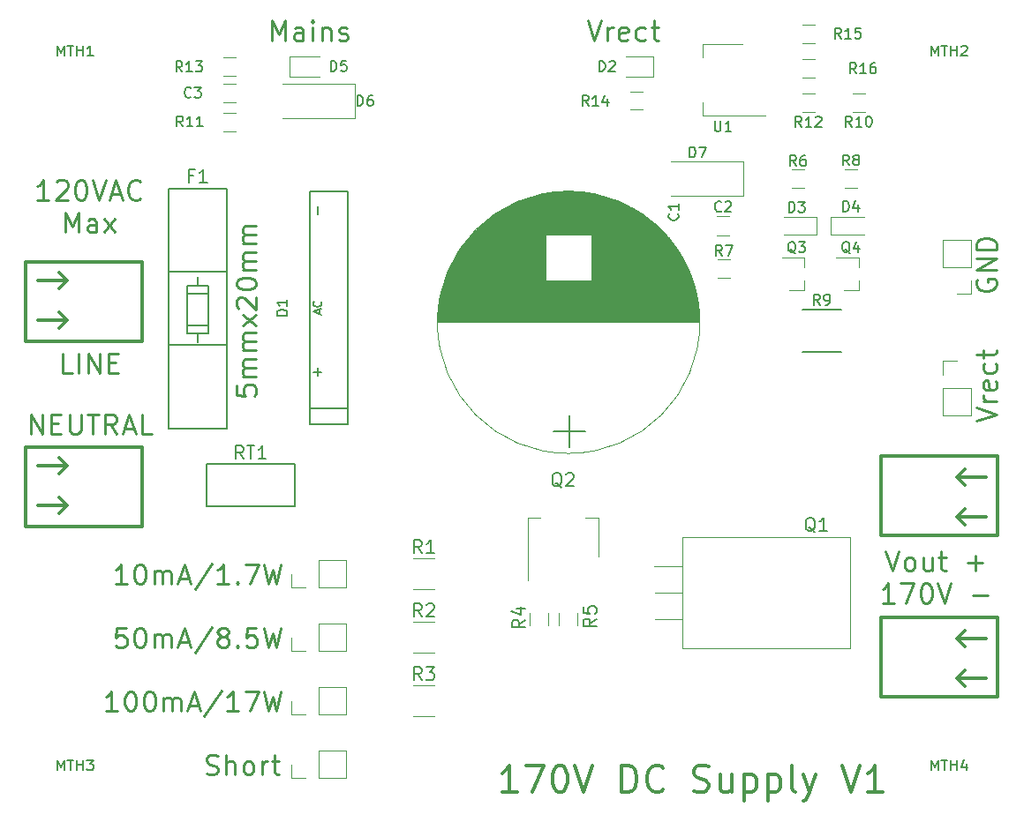
<source format=gbr>
G04 #@! TF.GenerationSoftware,KiCad,Pcbnew,(5.1.5)-3*
G04 #@! TF.CreationDate,2020-06-10T18:28:01-04:00*
G04 #@! TF.ProjectId,DC-Supply-170V-v1,44432d53-7570-4706-9c79-2d313730562d,rev?*
G04 #@! TF.SameCoordinates,Original*
G04 #@! TF.FileFunction,Legend,Top*
G04 #@! TF.FilePolarity,Positive*
%FSLAX46Y46*%
G04 Gerber Fmt 4.6, Leading zero omitted, Abs format (unit mm)*
G04 Created by KiCad (PCBNEW (5.1.5)-3) date 2020-06-10 18:28:01*
%MOMM*%
%LPD*%
G04 APERTURE LIST*
%ADD10C,0.254000*%
%ADD11C,0.304800*%
%ADD12C,0.120000*%
%ADD13C,0.127000*%
%ADD14C,0.203200*%
%ADD15C,0.150000*%
G04 APERTURE END LIST*
D10*
X76230842Y-60494635D02*
X75142271Y-60494635D01*
X75686557Y-60494635D02*
X75686557Y-58589635D01*
X75505128Y-58861778D01*
X75323700Y-59043207D01*
X75142271Y-59133921D01*
X76956557Y-58771064D02*
X77047271Y-58680350D01*
X77228700Y-58589635D01*
X77682271Y-58589635D01*
X77863700Y-58680350D01*
X77954414Y-58771064D01*
X78045128Y-58952492D01*
X78045128Y-59133921D01*
X77954414Y-59406064D01*
X76865842Y-60494635D01*
X78045128Y-60494635D01*
X79224414Y-58589635D02*
X79405842Y-58589635D01*
X79587271Y-58680350D01*
X79677985Y-58771064D01*
X79768700Y-58952492D01*
X79859414Y-59315350D01*
X79859414Y-59768921D01*
X79768700Y-60131778D01*
X79677985Y-60313207D01*
X79587271Y-60403921D01*
X79405842Y-60494635D01*
X79224414Y-60494635D01*
X79042985Y-60403921D01*
X78952271Y-60313207D01*
X78861557Y-60131778D01*
X78770842Y-59768921D01*
X78770842Y-59315350D01*
X78861557Y-58952492D01*
X78952271Y-58771064D01*
X79042985Y-58680350D01*
X79224414Y-58589635D01*
X80403700Y-58589635D02*
X81038700Y-60494635D01*
X81673700Y-58589635D01*
X82217985Y-59950350D02*
X83125128Y-59950350D01*
X82036557Y-60494635D02*
X82671557Y-58589635D01*
X83306557Y-60494635D01*
X85030128Y-60313207D02*
X84939414Y-60403921D01*
X84667271Y-60494635D01*
X84485842Y-60494635D01*
X84213700Y-60403921D01*
X84032271Y-60222492D01*
X83941557Y-60041064D01*
X83850842Y-59678207D01*
X83850842Y-59406064D01*
X83941557Y-59043207D01*
X84032271Y-58861778D01*
X84213700Y-58680350D01*
X84485842Y-58589635D01*
X84667271Y-58589635D01*
X84939414Y-58680350D01*
X85030128Y-58771064D01*
X77818342Y-63606135D02*
X77818342Y-61701135D01*
X78453342Y-63061850D01*
X79088342Y-61701135D01*
X79088342Y-63606135D01*
X80811914Y-63606135D02*
X80811914Y-62608278D01*
X80721200Y-62426850D01*
X80539771Y-62336135D01*
X80176914Y-62336135D01*
X79995485Y-62426850D01*
X80811914Y-63515421D02*
X80630485Y-63606135D01*
X80176914Y-63606135D01*
X79995485Y-63515421D01*
X79904771Y-63333992D01*
X79904771Y-63152564D01*
X79995485Y-62971135D01*
X80176914Y-62880421D01*
X80630485Y-62880421D01*
X80811914Y-62789707D01*
X81537628Y-63606135D02*
X82535485Y-62336135D01*
X81537628Y-62336135D02*
X82535485Y-63606135D01*
X97635785Y-45184785D02*
X97635785Y-43279785D01*
X98270785Y-44640500D01*
X98905785Y-43279785D01*
X98905785Y-45184785D01*
X100629357Y-45184785D02*
X100629357Y-44186928D01*
X100538642Y-44005500D01*
X100357214Y-43914785D01*
X99994357Y-43914785D01*
X99812928Y-44005500D01*
X100629357Y-45094071D02*
X100447928Y-45184785D01*
X99994357Y-45184785D01*
X99812928Y-45094071D01*
X99722214Y-44912642D01*
X99722214Y-44731214D01*
X99812928Y-44549785D01*
X99994357Y-44459071D01*
X100447928Y-44459071D01*
X100629357Y-44368357D01*
X101536500Y-45184785D02*
X101536500Y-43914785D01*
X101536500Y-43279785D02*
X101445785Y-43370500D01*
X101536500Y-43461214D01*
X101627214Y-43370500D01*
X101536500Y-43279785D01*
X101536500Y-43461214D01*
X102443642Y-43914785D02*
X102443642Y-45184785D01*
X102443642Y-44096214D02*
X102534357Y-44005500D01*
X102715785Y-43914785D01*
X102987928Y-43914785D01*
X103169357Y-44005500D01*
X103260071Y-44186928D01*
X103260071Y-45184785D01*
X104076500Y-45094071D02*
X104257928Y-45184785D01*
X104620785Y-45184785D01*
X104802214Y-45094071D01*
X104892928Y-44912642D01*
X104892928Y-44821928D01*
X104802214Y-44640500D01*
X104620785Y-44549785D01*
X104348642Y-44549785D01*
X104167214Y-44459071D01*
X104076500Y-44277642D01*
X104076500Y-44186928D01*
X104167214Y-44005500D01*
X104348642Y-43914785D01*
X104620785Y-43914785D01*
X104802214Y-44005500D01*
X127916214Y-43279785D02*
X128551214Y-45184785D01*
X129186214Y-43279785D01*
X129821214Y-45184785D02*
X129821214Y-43914785D01*
X129821214Y-44277642D02*
X129911928Y-44096214D01*
X130002642Y-44005500D01*
X130184071Y-43914785D01*
X130365500Y-43914785D01*
X131726214Y-45094071D02*
X131544785Y-45184785D01*
X131181928Y-45184785D01*
X131000500Y-45094071D01*
X130909785Y-44912642D01*
X130909785Y-44186928D01*
X131000500Y-44005500D01*
X131181928Y-43914785D01*
X131544785Y-43914785D01*
X131726214Y-44005500D01*
X131816928Y-44186928D01*
X131816928Y-44368357D01*
X130909785Y-44549785D01*
X133449785Y-45094071D02*
X133268357Y-45184785D01*
X132905500Y-45184785D01*
X132724071Y-45094071D01*
X132633357Y-45003357D01*
X132542642Y-44821928D01*
X132542642Y-44277642D01*
X132633357Y-44096214D01*
X132724071Y-44005500D01*
X132905500Y-43914785D01*
X133268357Y-43914785D01*
X133449785Y-44005500D01*
X133994071Y-43914785D02*
X134719785Y-43914785D01*
X134266214Y-43279785D02*
X134266214Y-44912642D01*
X134356928Y-45094071D01*
X134538357Y-45184785D01*
X134719785Y-45184785D01*
X165199785Y-81709985D02*
X167104785Y-81074985D01*
X165199785Y-80439985D01*
X167104785Y-79804985D02*
X165834785Y-79804985D01*
X166197642Y-79804985D02*
X166016214Y-79714271D01*
X165925500Y-79623557D01*
X165834785Y-79442128D01*
X165834785Y-79260700D01*
X167014071Y-77899985D02*
X167104785Y-78081414D01*
X167104785Y-78444271D01*
X167014071Y-78625700D01*
X166832642Y-78716414D01*
X166106928Y-78716414D01*
X165925500Y-78625700D01*
X165834785Y-78444271D01*
X165834785Y-78081414D01*
X165925500Y-77899985D01*
X166106928Y-77809271D01*
X166288357Y-77809271D01*
X166469785Y-78716414D01*
X167014071Y-76176414D02*
X167104785Y-76357842D01*
X167104785Y-76720700D01*
X167014071Y-76902128D01*
X166923357Y-76992842D01*
X166741928Y-77083557D01*
X166197642Y-77083557D01*
X166016214Y-76992842D01*
X165925500Y-76902128D01*
X165834785Y-76720700D01*
X165834785Y-76357842D01*
X165925500Y-76176414D01*
X165834785Y-75632128D02*
X165834785Y-74906414D01*
X165199785Y-75359985D02*
X166832642Y-75359985D01*
X167014071Y-75269271D01*
X167104785Y-75087842D01*
X167104785Y-74906414D01*
X91347471Y-115579071D02*
X91619614Y-115669785D01*
X92073185Y-115669785D01*
X92254614Y-115579071D01*
X92345328Y-115488357D01*
X92436042Y-115306928D01*
X92436042Y-115125500D01*
X92345328Y-114944071D01*
X92254614Y-114853357D01*
X92073185Y-114762642D01*
X91710328Y-114671928D01*
X91528900Y-114581214D01*
X91438185Y-114490500D01*
X91347471Y-114309071D01*
X91347471Y-114127642D01*
X91438185Y-113946214D01*
X91528900Y-113855500D01*
X91710328Y-113764785D01*
X92163900Y-113764785D01*
X92436042Y-113855500D01*
X93252471Y-115669785D02*
X93252471Y-113764785D01*
X94068900Y-115669785D02*
X94068900Y-114671928D01*
X93978185Y-114490500D01*
X93796757Y-114399785D01*
X93524614Y-114399785D01*
X93343185Y-114490500D01*
X93252471Y-114581214D01*
X95248185Y-115669785D02*
X95066757Y-115579071D01*
X94976042Y-115488357D01*
X94885328Y-115306928D01*
X94885328Y-114762642D01*
X94976042Y-114581214D01*
X95066757Y-114490500D01*
X95248185Y-114399785D01*
X95520328Y-114399785D01*
X95701757Y-114490500D01*
X95792471Y-114581214D01*
X95883185Y-114762642D01*
X95883185Y-115306928D01*
X95792471Y-115488357D01*
X95701757Y-115579071D01*
X95520328Y-115669785D01*
X95248185Y-115669785D01*
X96699614Y-115669785D02*
X96699614Y-114399785D01*
X96699614Y-114762642D02*
X96790328Y-114581214D01*
X96881042Y-114490500D01*
X97062471Y-114399785D01*
X97243900Y-114399785D01*
X97606757Y-114399785D02*
X98332471Y-114399785D01*
X97878900Y-113764785D02*
X97878900Y-115397642D01*
X97969614Y-115579071D01*
X98151042Y-115669785D01*
X98332471Y-115669785D01*
X83709328Y-97381785D02*
X82620757Y-97381785D01*
X83165042Y-97381785D02*
X83165042Y-95476785D01*
X82983614Y-95748928D01*
X82802185Y-95930357D01*
X82620757Y-96021071D01*
X84888614Y-95476785D02*
X85070042Y-95476785D01*
X85251471Y-95567500D01*
X85342185Y-95658214D01*
X85432900Y-95839642D01*
X85523614Y-96202500D01*
X85523614Y-96656071D01*
X85432900Y-97018928D01*
X85342185Y-97200357D01*
X85251471Y-97291071D01*
X85070042Y-97381785D01*
X84888614Y-97381785D01*
X84707185Y-97291071D01*
X84616471Y-97200357D01*
X84525757Y-97018928D01*
X84435042Y-96656071D01*
X84435042Y-96202500D01*
X84525757Y-95839642D01*
X84616471Y-95658214D01*
X84707185Y-95567500D01*
X84888614Y-95476785D01*
X86340042Y-97381785D02*
X86340042Y-96111785D01*
X86340042Y-96293214D02*
X86430757Y-96202500D01*
X86612185Y-96111785D01*
X86884328Y-96111785D01*
X87065757Y-96202500D01*
X87156471Y-96383928D01*
X87156471Y-97381785D01*
X87156471Y-96383928D02*
X87247185Y-96202500D01*
X87428614Y-96111785D01*
X87700757Y-96111785D01*
X87882185Y-96202500D01*
X87972900Y-96383928D01*
X87972900Y-97381785D01*
X88789328Y-96837500D02*
X89696471Y-96837500D01*
X88607900Y-97381785D02*
X89242900Y-95476785D01*
X89877900Y-97381785D01*
X91873614Y-95386071D02*
X90240757Y-97835357D01*
X93506471Y-97381785D02*
X92417900Y-97381785D01*
X92962185Y-97381785D02*
X92962185Y-95476785D01*
X92780757Y-95748928D01*
X92599328Y-95930357D01*
X92417900Y-96021071D01*
X94322900Y-97200357D02*
X94413614Y-97291071D01*
X94322900Y-97381785D01*
X94232185Y-97291071D01*
X94322900Y-97200357D01*
X94322900Y-97381785D01*
X95048614Y-95476785D02*
X96318614Y-95476785D01*
X95502185Y-97381785D01*
X96862900Y-95476785D02*
X97316471Y-97381785D01*
X97679328Y-96021071D01*
X98042185Y-97381785D01*
X98495757Y-95476785D01*
X82802185Y-109573785D02*
X81713614Y-109573785D01*
X82257900Y-109573785D02*
X82257900Y-107668785D01*
X82076471Y-107940928D01*
X81895042Y-108122357D01*
X81713614Y-108213071D01*
X83981471Y-107668785D02*
X84162900Y-107668785D01*
X84344328Y-107759500D01*
X84435042Y-107850214D01*
X84525757Y-108031642D01*
X84616471Y-108394500D01*
X84616471Y-108848071D01*
X84525757Y-109210928D01*
X84435042Y-109392357D01*
X84344328Y-109483071D01*
X84162900Y-109573785D01*
X83981471Y-109573785D01*
X83800042Y-109483071D01*
X83709328Y-109392357D01*
X83618614Y-109210928D01*
X83527900Y-108848071D01*
X83527900Y-108394500D01*
X83618614Y-108031642D01*
X83709328Y-107850214D01*
X83800042Y-107759500D01*
X83981471Y-107668785D01*
X85795757Y-107668785D02*
X85977185Y-107668785D01*
X86158614Y-107759500D01*
X86249328Y-107850214D01*
X86340042Y-108031642D01*
X86430757Y-108394500D01*
X86430757Y-108848071D01*
X86340042Y-109210928D01*
X86249328Y-109392357D01*
X86158614Y-109483071D01*
X85977185Y-109573785D01*
X85795757Y-109573785D01*
X85614328Y-109483071D01*
X85523614Y-109392357D01*
X85432900Y-109210928D01*
X85342185Y-108848071D01*
X85342185Y-108394500D01*
X85432900Y-108031642D01*
X85523614Y-107850214D01*
X85614328Y-107759500D01*
X85795757Y-107668785D01*
X87247185Y-109573785D02*
X87247185Y-108303785D01*
X87247185Y-108485214D02*
X87337900Y-108394500D01*
X87519328Y-108303785D01*
X87791471Y-108303785D01*
X87972900Y-108394500D01*
X88063614Y-108575928D01*
X88063614Y-109573785D01*
X88063614Y-108575928D02*
X88154328Y-108394500D01*
X88335757Y-108303785D01*
X88607900Y-108303785D01*
X88789328Y-108394500D01*
X88880042Y-108575928D01*
X88880042Y-109573785D01*
X89696471Y-109029500D02*
X90603614Y-109029500D01*
X89515042Y-109573785D02*
X90150042Y-107668785D01*
X90785042Y-109573785D01*
X92780757Y-107578071D02*
X91147900Y-110027357D01*
X94413614Y-109573785D02*
X93325042Y-109573785D01*
X93869328Y-109573785D02*
X93869328Y-107668785D01*
X93687900Y-107940928D01*
X93506471Y-108122357D01*
X93325042Y-108213071D01*
X95048614Y-107668785D02*
X96318614Y-107668785D01*
X95502185Y-109573785D01*
X96862900Y-107668785D02*
X97316471Y-109573785D01*
X97679328Y-108213071D01*
X98042185Y-109573785D01*
X98495757Y-107668785D01*
X83618614Y-101572785D02*
X82711471Y-101572785D01*
X82620757Y-102479928D01*
X82711471Y-102389214D01*
X82892900Y-102298500D01*
X83346471Y-102298500D01*
X83527900Y-102389214D01*
X83618614Y-102479928D01*
X83709328Y-102661357D01*
X83709328Y-103114928D01*
X83618614Y-103296357D01*
X83527900Y-103387071D01*
X83346471Y-103477785D01*
X82892900Y-103477785D01*
X82711471Y-103387071D01*
X82620757Y-103296357D01*
X84888614Y-101572785D02*
X85070042Y-101572785D01*
X85251471Y-101663500D01*
X85342185Y-101754214D01*
X85432900Y-101935642D01*
X85523614Y-102298500D01*
X85523614Y-102752071D01*
X85432900Y-103114928D01*
X85342185Y-103296357D01*
X85251471Y-103387071D01*
X85070042Y-103477785D01*
X84888614Y-103477785D01*
X84707185Y-103387071D01*
X84616471Y-103296357D01*
X84525757Y-103114928D01*
X84435042Y-102752071D01*
X84435042Y-102298500D01*
X84525757Y-101935642D01*
X84616471Y-101754214D01*
X84707185Y-101663500D01*
X84888614Y-101572785D01*
X86340042Y-103477785D02*
X86340042Y-102207785D01*
X86340042Y-102389214D02*
X86430757Y-102298500D01*
X86612185Y-102207785D01*
X86884328Y-102207785D01*
X87065757Y-102298500D01*
X87156471Y-102479928D01*
X87156471Y-103477785D01*
X87156471Y-102479928D02*
X87247185Y-102298500D01*
X87428614Y-102207785D01*
X87700757Y-102207785D01*
X87882185Y-102298500D01*
X87972900Y-102479928D01*
X87972900Y-103477785D01*
X88789328Y-102933500D02*
X89696471Y-102933500D01*
X88607900Y-103477785D02*
X89242900Y-101572785D01*
X89877900Y-103477785D01*
X91873614Y-101482071D02*
X90240757Y-103931357D01*
X92780757Y-102389214D02*
X92599328Y-102298500D01*
X92508614Y-102207785D01*
X92417900Y-102026357D01*
X92417900Y-101935642D01*
X92508614Y-101754214D01*
X92599328Y-101663500D01*
X92780757Y-101572785D01*
X93143614Y-101572785D01*
X93325042Y-101663500D01*
X93415757Y-101754214D01*
X93506471Y-101935642D01*
X93506471Y-102026357D01*
X93415757Y-102207785D01*
X93325042Y-102298500D01*
X93143614Y-102389214D01*
X92780757Y-102389214D01*
X92599328Y-102479928D01*
X92508614Y-102570642D01*
X92417900Y-102752071D01*
X92417900Y-103114928D01*
X92508614Y-103296357D01*
X92599328Y-103387071D01*
X92780757Y-103477785D01*
X93143614Y-103477785D01*
X93325042Y-103387071D01*
X93415757Y-103296357D01*
X93506471Y-103114928D01*
X93506471Y-102752071D01*
X93415757Y-102570642D01*
X93325042Y-102479928D01*
X93143614Y-102389214D01*
X94322900Y-103296357D02*
X94413614Y-103387071D01*
X94322900Y-103477785D01*
X94232185Y-103387071D01*
X94322900Y-103296357D01*
X94322900Y-103477785D01*
X96137185Y-101572785D02*
X95230042Y-101572785D01*
X95139328Y-102479928D01*
X95230042Y-102389214D01*
X95411471Y-102298500D01*
X95865042Y-102298500D01*
X96046471Y-102389214D01*
X96137185Y-102479928D01*
X96227900Y-102661357D01*
X96227900Y-103114928D01*
X96137185Y-103296357D01*
X96046471Y-103387071D01*
X95865042Y-103477785D01*
X95411471Y-103477785D01*
X95230042Y-103387071D01*
X95139328Y-103296357D01*
X96862900Y-101572785D02*
X97316471Y-103477785D01*
X97679328Y-102117071D01*
X98042185Y-103477785D01*
X98495757Y-101572785D01*
X165290500Y-68126428D02*
X165199785Y-68307857D01*
X165199785Y-68580000D01*
X165290500Y-68852142D01*
X165471928Y-69033571D01*
X165653357Y-69124285D01*
X166016214Y-69215000D01*
X166288357Y-69215000D01*
X166651214Y-69124285D01*
X166832642Y-69033571D01*
X167014071Y-68852142D01*
X167104785Y-68580000D01*
X167104785Y-68398571D01*
X167014071Y-68126428D01*
X166923357Y-68035714D01*
X166288357Y-68035714D01*
X166288357Y-68398571D01*
X167104785Y-67219285D02*
X165199785Y-67219285D01*
X167104785Y-66130714D01*
X165199785Y-66130714D01*
X167104785Y-65223571D02*
X165199785Y-65223571D01*
X165199785Y-64770000D01*
X165290500Y-64497857D01*
X165471928Y-64316428D01*
X165653357Y-64225714D01*
X166016214Y-64135000D01*
X166288357Y-64135000D01*
X166651214Y-64225714D01*
X166832642Y-64316428D01*
X167014071Y-64497857D01*
X167104785Y-64770000D01*
X167104785Y-65223571D01*
X78464228Y-77112585D02*
X77557085Y-77112585D01*
X77557085Y-75207585D01*
X79099228Y-77112585D02*
X79099228Y-75207585D01*
X80006371Y-77112585D02*
X80006371Y-75207585D01*
X81094942Y-77112585D01*
X81094942Y-75207585D01*
X82002085Y-76114728D02*
X82637085Y-76114728D01*
X82909228Y-77112585D02*
X82002085Y-77112585D01*
X82002085Y-75207585D01*
X82909228Y-75207585D01*
X74492757Y-82954585D02*
X74492757Y-81049585D01*
X75581328Y-82954585D01*
X75581328Y-81049585D01*
X76488471Y-81956728D02*
X77123471Y-81956728D01*
X77395614Y-82954585D02*
X76488471Y-82954585D01*
X76488471Y-81049585D01*
X77395614Y-81049585D01*
X78212042Y-81049585D02*
X78212042Y-82591728D01*
X78302757Y-82773157D01*
X78393471Y-82863871D01*
X78574900Y-82954585D01*
X78937757Y-82954585D01*
X79119185Y-82863871D01*
X79209900Y-82773157D01*
X79300614Y-82591728D01*
X79300614Y-81049585D01*
X79935614Y-81049585D02*
X81024185Y-81049585D01*
X80479900Y-82954585D02*
X80479900Y-81049585D01*
X82747757Y-82954585D02*
X82112757Y-82047442D01*
X81659185Y-82954585D02*
X81659185Y-81049585D01*
X82384900Y-81049585D01*
X82566328Y-81140300D01*
X82657042Y-81231014D01*
X82747757Y-81412442D01*
X82747757Y-81684585D01*
X82657042Y-81866014D01*
X82566328Y-81956728D01*
X82384900Y-82047442D01*
X81659185Y-82047442D01*
X83473471Y-82410300D02*
X84380614Y-82410300D01*
X83292042Y-82954585D02*
X83927042Y-81049585D01*
X84562042Y-82954585D01*
X86104185Y-82954585D02*
X85197042Y-82954585D01*
X85197042Y-81049585D01*
X94206785Y-78331785D02*
X94206785Y-79238928D01*
X95113928Y-79329642D01*
X95023214Y-79238928D01*
X94932500Y-79057500D01*
X94932500Y-78603928D01*
X95023214Y-78422500D01*
X95113928Y-78331785D01*
X95295357Y-78241071D01*
X95748928Y-78241071D01*
X95930357Y-78331785D01*
X96021071Y-78422500D01*
X96111785Y-78603928D01*
X96111785Y-79057500D01*
X96021071Y-79238928D01*
X95930357Y-79329642D01*
X96111785Y-77424642D02*
X94841785Y-77424642D01*
X95023214Y-77424642D02*
X94932500Y-77333928D01*
X94841785Y-77152500D01*
X94841785Y-76880357D01*
X94932500Y-76698928D01*
X95113928Y-76608214D01*
X96111785Y-76608214D01*
X95113928Y-76608214D02*
X94932500Y-76517500D01*
X94841785Y-76336071D01*
X94841785Y-76063928D01*
X94932500Y-75882500D01*
X95113928Y-75791785D01*
X96111785Y-75791785D01*
X96111785Y-74884642D02*
X94841785Y-74884642D01*
X95023214Y-74884642D02*
X94932500Y-74793928D01*
X94841785Y-74612500D01*
X94841785Y-74340357D01*
X94932500Y-74158928D01*
X95113928Y-74068214D01*
X96111785Y-74068214D01*
X95113928Y-74068214D02*
X94932500Y-73977500D01*
X94841785Y-73796071D01*
X94841785Y-73523928D01*
X94932500Y-73342500D01*
X95113928Y-73251785D01*
X96111785Y-73251785D01*
X96111785Y-72526071D02*
X94841785Y-71528214D01*
X94841785Y-72526071D02*
X96111785Y-71528214D01*
X94388214Y-70893214D02*
X94297500Y-70802500D01*
X94206785Y-70621071D01*
X94206785Y-70167500D01*
X94297500Y-69986071D01*
X94388214Y-69895357D01*
X94569642Y-69804642D01*
X94751071Y-69804642D01*
X95023214Y-69895357D01*
X96111785Y-70983928D01*
X96111785Y-69804642D01*
X94206785Y-68625357D02*
X94206785Y-68443928D01*
X94297500Y-68262500D01*
X94388214Y-68171785D01*
X94569642Y-68081071D01*
X94932500Y-67990357D01*
X95386071Y-67990357D01*
X95748928Y-68081071D01*
X95930357Y-68171785D01*
X96021071Y-68262500D01*
X96111785Y-68443928D01*
X96111785Y-68625357D01*
X96021071Y-68806785D01*
X95930357Y-68897500D01*
X95748928Y-68988214D01*
X95386071Y-69078928D01*
X94932500Y-69078928D01*
X94569642Y-68988214D01*
X94388214Y-68897500D01*
X94297500Y-68806785D01*
X94206785Y-68625357D01*
X96111785Y-67173928D02*
X94841785Y-67173928D01*
X95023214Y-67173928D02*
X94932500Y-67083214D01*
X94841785Y-66901785D01*
X94841785Y-66629642D01*
X94932500Y-66448214D01*
X95113928Y-66357500D01*
X96111785Y-66357500D01*
X95113928Y-66357500D02*
X94932500Y-66266785D01*
X94841785Y-66085357D01*
X94841785Y-65813214D01*
X94932500Y-65631785D01*
X95113928Y-65541071D01*
X96111785Y-65541071D01*
X96111785Y-64633928D02*
X94841785Y-64633928D01*
X95023214Y-64633928D02*
X94932500Y-64543214D01*
X94841785Y-64361785D01*
X94841785Y-64089642D01*
X94932500Y-63908214D01*
X95113928Y-63817500D01*
X96111785Y-63817500D01*
X95113928Y-63817500D02*
X94932500Y-63726785D01*
X94841785Y-63545357D01*
X94841785Y-63273214D01*
X94932500Y-63091785D01*
X95113928Y-63001071D01*
X96111785Y-63001071D01*
D11*
X121135019Y-117328647D02*
X119683590Y-117328647D01*
X120409304Y-117328647D02*
X120409304Y-114788647D01*
X120167400Y-115151504D01*
X119925495Y-115393409D01*
X119683590Y-115514361D01*
X121981685Y-114788647D02*
X123675019Y-114788647D01*
X122586447Y-117328647D01*
X125126447Y-114788647D02*
X125368352Y-114788647D01*
X125610257Y-114909600D01*
X125731209Y-115030552D01*
X125852161Y-115272457D01*
X125973114Y-115756266D01*
X125973114Y-116361028D01*
X125852161Y-116844838D01*
X125731209Y-117086742D01*
X125610257Y-117207695D01*
X125368352Y-117328647D01*
X125126447Y-117328647D01*
X124884542Y-117207695D01*
X124763590Y-117086742D01*
X124642638Y-116844838D01*
X124521685Y-116361028D01*
X124521685Y-115756266D01*
X124642638Y-115272457D01*
X124763590Y-115030552D01*
X124884542Y-114909600D01*
X125126447Y-114788647D01*
X126698828Y-114788647D02*
X127545495Y-117328647D01*
X128392161Y-114788647D01*
X131174066Y-117328647D02*
X131174066Y-114788647D01*
X131778828Y-114788647D01*
X132141685Y-114909600D01*
X132383590Y-115151504D01*
X132504542Y-115393409D01*
X132625495Y-115877219D01*
X132625495Y-116240076D01*
X132504542Y-116723885D01*
X132383590Y-116965790D01*
X132141685Y-117207695D01*
X131778828Y-117328647D01*
X131174066Y-117328647D01*
X135165495Y-117086742D02*
X135044542Y-117207695D01*
X134681685Y-117328647D01*
X134439780Y-117328647D01*
X134076923Y-117207695D01*
X133835019Y-116965790D01*
X133714066Y-116723885D01*
X133593114Y-116240076D01*
X133593114Y-115877219D01*
X133714066Y-115393409D01*
X133835019Y-115151504D01*
X134076923Y-114909600D01*
X134439780Y-114788647D01*
X134681685Y-114788647D01*
X135044542Y-114909600D01*
X135165495Y-115030552D01*
X138068352Y-117207695D02*
X138431209Y-117328647D01*
X139035971Y-117328647D01*
X139277876Y-117207695D01*
X139398828Y-117086742D01*
X139519780Y-116844838D01*
X139519780Y-116602933D01*
X139398828Y-116361028D01*
X139277876Y-116240076D01*
X139035971Y-116119123D01*
X138552161Y-115998171D01*
X138310257Y-115877219D01*
X138189304Y-115756266D01*
X138068352Y-115514361D01*
X138068352Y-115272457D01*
X138189304Y-115030552D01*
X138310257Y-114909600D01*
X138552161Y-114788647D01*
X139156923Y-114788647D01*
X139519780Y-114909600D01*
X141696923Y-115635314D02*
X141696923Y-117328647D01*
X140608352Y-115635314D02*
X140608352Y-116965790D01*
X140729304Y-117207695D01*
X140971209Y-117328647D01*
X141334066Y-117328647D01*
X141575971Y-117207695D01*
X141696923Y-117086742D01*
X142906447Y-115635314D02*
X142906447Y-118175314D01*
X142906447Y-115756266D02*
X143148352Y-115635314D01*
X143632161Y-115635314D01*
X143874066Y-115756266D01*
X143995019Y-115877219D01*
X144115971Y-116119123D01*
X144115971Y-116844838D01*
X143995019Y-117086742D01*
X143874066Y-117207695D01*
X143632161Y-117328647D01*
X143148352Y-117328647D01*
X142906447Y-117207695D01*
X145204542Y-115635314D02*
X145204542Y-118175314D01*
X145204542Y-115756266D02*
X145446447Y-115635314D01*
X145930257Y-115635314D01*
X146172161Y-115756266D01*
X146293114Y-115877219D01*
X146414066Y-116119123D01*
X146414066Y-116844838D01*
X146293114Y-117086742D01*
X146172161Y-117207695D01*
X145930257Y-117328647D01*
X145446447Y-117328647D01*
X145204542Y-117207695D01*
X147865495Y-117328647D02*
X147623590Y-117207695D01*
X147502638Y-116965790D01*
X147502638Y-114788647D01*
X148591209Y-115635314D02*
X149195971Y-117328647D01*
X149800733Y-115635314D02*
X149195971Y-117328647D01*
X148954066Y-117933409D01*
X148833114Y-118054361D01*
X148591209Y-118175314D01*
X152340733Y-114788647D02*
X153187400Y-117328647D01*
X154034066Y-114788647D01*
X156211209Y-117328647D02*
X154759780Y-117328647D01*
X155485495Y-117328647D02*
X155485495Y-114788647D01*
X155243590Y-115151504D01*
X155001685Y-115393409D01*
X154759780Y-115514361D01*
D10*
X156482142Y-94175035D02*
X157117142Y-96080035D01*
X157752142Y-94175035D01*
X158659285Y-96080035D02*
X158477857Y-95989321D01*
X158387142Y-95898607D01*
X158296428Y-95717178D01*
X158296428Y-95172892D01*
X158387142Y-94991464D01*
X158477857Y-94900750D01*
X158659285Y-94810035D01*
X158931428Y-94810035D01*
X159112857Y-94900750D01*
X159203571Y-94991464D01*
X159294285Y-95172892D01*
X159294285Y-95717178D01*
X159203571Y-95898607D01*
X159112857Y-95989321D01*
X158931428Y-96080035D01*
X158659285Y-96080035D01*
X160927142Y-94810035D02*
X160927142Y-96080035D01*
X160110714Y-94810035D02*
X160110714Y-95807892D01*
X160201428Y-95989321D01*
X160382857Y-96080035D01*
X160655000Y-96080035D01*
X160836428Y-95989321D01*
X160927142Y-95898607D01*
X161562142Y-94810035D02*
X162287857Y-94810035D01*
X161834285Y-94175035D02*
X161834285Y-95807892D01*
X161925000Y-95989321D01*
X162106428Y-96080035D01*
X162287857Y-96080035D01*
X164374285Y-95354321D02*
X165825714Y-95354321D01*
X165100000Y-96080035D02*
X165100000Y-94628607D01*
X157298571Y-99191535D02*
X156210000Y-99191535D01*
X156754285Y-99191535D02*
X156754285Y-97286535D01*
X156572857Y-97558678D01*
X156391428Y-97740107D01*
X156210000Y-97830821D01*
X157933571Y-97286535D02*
X159203571Y-97286535D01*
X158387142Y-99191535D01*
X160292142Y-97286535D02*
X160473571Y-97286535D01*
X160655000Y-97377250D01*
X160745714Y-97467964D01*
X160836428Y-97649392D01*
X160927142Y-98012250D01*
X160927142Y-98465821D01*
X160836428Y-98828678D01*
X160745714Y-99010107D01*
X160655000Y-99100821D01*
X160473571Y-99191535D01*
X160292142Y-99191535D01*
X160110714Y-99100821D01*
X160020000Y-99010107D01*
X159929285Y-98828678D01*
X159838571Y-98465821D01*
X159838571Y-98012250D01*
X159929285Y-97649392D01*
X160020000Y-97467964D01*
X160110714Y-97377250D01*
X160292142Y-97286535D01*
X161471428Y-97286535D02*
X162106428Y-99191535D01*
X162741428Y-97286535D01*
X164827857Y-98465821D02*
X166279285Y-98465821D01*
D12*
X161992000Y-75962200D02*
X163322000Y-75962200D01*
X161992000Y-77292200D02*
X161992000Y-75962200D01*
X161992000Y-78562200D02*
X164652000Y-78562200D01*
X164652000Y-78562200D02*
X164652000Y-81162200D01*
X161992000Y-78562200D02*
X161992000Y-81162200D01*
X161992000Y-81162200D02*
X164652000Y-81162200D01*
X111195000Y-94913000D02*
X113195000Y-94913000D01*
X113195000Y-97873000D02*
X111195000Y-97873000D01*
X111214000Y-101009000D02*
X113214000Y-101009000D01*
X113214000Y-103969000D02*
X111214000Y-103969000D01*
X111195000Y-107105000D02*
X113195000Y-107105000D01*
X113195000Y-110065000D02*
X111195000Y-110065000D01*
X164652000Y-69529000D02*
X163322000Y-69529000D01*
X164652000Y-68199000D02*
X164652000Y-69529000D01*
X164652000Y-66929000D02*
X161992000Y-66929000D01*
X161992000Y-66929000D02*
X161992000Y-64329000D01*
X164652000Y-66929000D02*
X164652000Y-64329000D01*
X164652000Y-64329000D02*
X161992000Y-64329000D01*
X104708000Y-97723000D02*
X104708000Y-95063000D01*
X102108000Y-97723000D02*
X104708000Y-97723000D01*
X102108000Y-95063000D02*
X104708000Y-95063000D01*
X102108000Y-97723000D02*
X102108000Y-95063000D01*
X100838000Y-97723000D02*
X99508000Y-97723000D01*
X99508000Y-97723000D02*
X99508000Y-96393000D01*
X99508000Y-103819000D02*
X99508000Y-102489000D01*
X100838000Y-103819000D02*
X99508000Y-103819000D01*
X102108000Y-103819000D02*
X102108000Y-101159000D01*
X102108000Y-101159000D02*
X104708000Y-101159000D01*
X102108000Y-103819000D02*
X104708000Y-103819000D01*
X104708000Y-103819000D02*
X104708000Y-101159000D01*
X104708000Y-109915000D02*
X104708000Y-107255000D01*
X102108000Y-109915000D02*
X104708000Y-109915000D01*
X102108000Y-107255000D02*
X104708000Y-107255000D01*
X102108000Y-109915000D02*
X102108000Y-107255000D01*
X100838000Y-109915000D02*
X99508000Y-109915000D01*
X99508000Y-109915000D02*
X99508000Y-108585000D01*
X122360800Y-101336400D02*
X122360800Y-100136400D01*
X124120800Y-100136400D02*
X124120800Y-101336400D01*
X125180200Y-101336400D02*
X125180200Y-100136400D01*
X126940200Y-100136400D02*
X126940200Y-101336400D01*
X140304436Y-62082000D02*
X141508564Y-62082000D01*
X140304436Y-63902000D02*
X141508564Y-63902000D01*
X149855000Y-63842000D02*
X146705000Y-63842000D01*
X149855000Y-62142000D02*
X146705000Y-62142000D01*
X149855000Y-63842000D02*
X149855000Y-62142000D01*
X151262000Y-62142000D02*
X151262000Y-63842000D01*
X151262000Y-63842000D02*
X154412000Y-63842000D01*
X151262000Y-62142000D02*
X154412000Y-62142000D01*
D13*
X91541600Y-68728200D02*
X89509600Y-68728200D01*
X89509600Y-68728200D02*
X89509600Y-69490200D01*
X89509600Y-69490200D02*
X91541600Y-69490200D01*
X91541600Y-69490200D02*
X91541600Y-68728200D01*
X91541600Y-69490200D02*
X91541600Y-72538200D01*
X91541600Y-72538200D02*
X89509600Y-72538200D01*
X89509600Y-72538200D02*
X89509600Y-69490200D01*
X89509600Y-73300200D02*
X91541600Y-73300200D01*
X91541600Y-73300200D02*
X91541600Y-72538200D01*
X89509600Y-72538200D02*
X89509600Y-73300200D01*
X93325600Y-59409200D02*
X93325600Y-82409200D01*
X93325600Y-82409200D02*
X87725600Y-82409200D01*
X87725600Y-82409200D02*
X87725600Y-59409200D01*
X87725600Y-59409200D02*
X93325600Y-59409200D01*
X87725600Y-74409200D02*
X93325600Y-74409200D01*
X87725600Y-67409200D02*
X93325600Y-67409200D01*
X90525600Y-73309200D02*
X90525600Y-74109200D01*
X90525600Y-67909200D02*
X90525600Y-68709200D01*
D12*
X148715000Y-69144000D02*
X148715000Y-68214000D01*
X148715000Y-65984000D02*
X148715000Y-66914000D01*
X148715000Y-65984000D02*
X146555000Y-65984000D01*
X148715000Y-69144000D02*
X147255000Y-69144000D01*
X153922000Y-69144000D02*
X152462000Y-69144000D01*
X153922000Y-65984000D02*
X151762000Y-65984000D01*
X153922000Y-65984000D02*
X153922000Y-66914000D01*
X153922000Y-69144000D02*
X153922000Y-68214000D01*
X148682000Y-59300000D02*
X147482000Y-59300000D01*
X147482000Y-57540000D02*
X148682000Y-57540000D01*
X140370000Y-66176000D02*
X141570000Y-66176000D01*
X141570000Y-67936000D02*
X140370000Y-67936000D01*
X153762000Y-59300000D02*
X152562000Y-59300000D01*
X152562000Y-57540000D02*
X153762000Y-57540000D01*
D13*
X152218000Y-70993000D02*
X148518000Y-70993000D01*
X152218000Y-75057000D02*
X148518000Y-75057000D01*
D12*
X128962200Y-90977800D02*
X127702200Y-90977800D01*
X122142200Y-90977800D02*
X123402200Y-90977800D01*
X128962200Y-94737800D02*
X128962200Y-90977800D01*
X122142200Y-96987800D02*
X122142200Y-90977800D01*
X136963800Y-100761800D02*
X134339800Y-100761800D01*
X136963800Y-98221800D02*
X134339800Y-98221800D01*
X136963800Y-95681800D02*
X134323800Y-95681800D01*
X153085800Y-103555800D02*
X136956800Y-103555800D01*
X153085800Y-92887800D02*
X136956800Y-92887800D01*
X153085800Y-92887800D02*
X153085800Y-103555800D01*
X136956800Y-92887800D02*
X136956800Y-103555800D01*
D13*
X99847400Y-89865200D02*
X91338400Y-89865200D01*
X91338400Y-89865200D02*
X91338400Y-85852000D01*
X91338400Y-85852000D02*
X99847400Y-85852000D01*
X99847400Y-85852000D02*
X99847400Y-89865200D01*
D11*
X75184000Y-68199000D02*
X77978000Y-68199000D01*
X77978000Y-68199000D02*
X77216000Y-67437000D01*
X77978000Y-68199000D02*
X77216000Y-68961000D01*
X77978000Y-72009000D02*
X77216000Y-71247000D01*
X77978000Y-72009000D02*
X77216000Y-72771000D01*
X75184000Y-72009000D02*
X77978000Y-72009000D01*
X74041000Y-74041000D02*
X85217000Y-74041000D01*
X74041000Y-66421000D02*
X85217000Y-66421000D01*
X74041000Y-74041000D02*
X74041000Y-66421000D01*
X85217000Y-74041000D02*
X85217000Y-66421000D01*
X85217000Y-91821000D02*
X85217000Y-84201000D01*
X74041000Y-91821000D02*
X74041000Y-84201000D01*
X74041000Y-84201000D02*
X85217000Y-84201000D01*
X74041000Y-91821000D02*
X85217000Y-91821000D01*
X75184000Y-89789000D02*
X77978000Y-89789000D01*
X77978000Y-89789000D02*
X77216000Y-90551000D01*
X77978000Y-89789000D02*
X77216000Y-89027000D01*
X77978000Y-85979000D02*
X77216000Y-86741000D01*
X77978000Y-85979000D02*
X77216000Y-85217000D01*
X75184000Y-85979000D02*
X77978000Y-85979000D01*
X166116000Y-90932000D02*
X163322000Y-90932000D01*
X163322000Y-90932000D02*
X164084000Y-91694000D01*
X163322000Y-90932000D02*
X164084000Y-90170000D01*
X163322000Y-87122000D02*
X164084000Y-87884000D01*
X163322000Y-87122000D02*
X164084000Y-86360000D01*
X166116000Y-87122000D02*
X163322000Y-87122000D01*
X167259000Y-85090000D02*
X156083000Y-85090000D01*
X167259000Y-92710000D02*
X156083000Y-92710000D01*
X167259000Y-85090000D02*
X167259000Y-92710000D01*
X156083000Y-85090000D02*
X156083000Y-92710000D01*
X156083000Y-100584000D02*
X156083000Y-108204000D01*
X167259000Y-100584000D02*
X167259000Y-108204000D01*
X167259000Y-108204000D02*
X156083000Y-108204000D01*
X167259000Y-100584000D02*
X156083000Y-100584000D01*
X166116000Y-102616000D02*
X163322000Y-102616000D01*
X163322000Y-102616000D02*
X164084000Y-101854000D01*
X163322000Y-102616000D02*
X164084000Y-103378000D01*
X163322000Y-106426000D02*
X164084000Y-105664000D01*
X163322000Y-106426000D02*
X164084000Y-107188000D01*
X166116000Y-106426000D02*
X163322000Y-106426000D01*
D12*
X104708000Y-116011000D02*
X104708000Y-113351000D01*
X102108000Y-116011000D02*
X104708000Y-116011000D01*
X102108000Y-113351000D02*
X104708000Y-113351000D01*
X102108000Y-116011000D02*
X102108000Y-113351000D01*
X100838000Y-116011000D02*
X99508000Y-116011000D01*
X99508000Y-116011000D02*
X99508000Y-114681000D01*
X92971536Y-49331200D02*
X94175664Y-49331200D01*
X92971536Y-51151200D02*
X94175664Y-51151200D01*
X131549900Y-48661200D02*
X134234900Y-48661200D01*
X134234900Y-48661200D02*
X134234900Y-46741200D01*
X134234900Y-46741200D02*
X131549900Y-46741200D01*
X102168200Y-46741200D02*
X99308200Y-46741200D01*
X99308200Y-46741200D02*
X99308200Y-48661200D01*
X99308200Y-48661200D02*
X102168200Y-48661200D01*
X105568200Y-52602400D02*
X98668200Y-52602400D01*
X105568200Y-49302400D02*
X98668200Y-49302400D01*
X105568200Y-52602400D02*
X105568200Y-49302400D01*
X142830000Y-60070000D02*
X142830000Y-56770000D01*
X142830000Y-56770000D02*
X135930000Y-56770000D01*
X142830000Y-60070000D02*
X135930000Y-60070000D01*
X153324000Y-50301000D02*
X154524000Y-50301000D01*
X154524000Y-52061000D02*
X153324000Y-52061000D01*
X149672600Y-52061000D02*
X148472600Y-52061000D01*
X148472600Y-50301000D02*
X149672600Y-50301000D01*
X131962600Y-50072400D02*
X133162600Y-50072400D01*
X133162600Y-51832400D02*
X131962600Y-51832400D01*
X148485300Y-43658900D02*
X149685300Y-43658900D01*
X149685300Y-45418900D02*
X148485300Y-45418900D01*
X149685300Y-48733600D02*
X148485300Y-48733600D01*
X148485300Y-46973600D02*
X149685300Y-46973600D01*
X94173600Y-48581200D02*
X92973600Y-48581200D01*
X92973600Y-46821200D02*
X94173600Y-46821200D01*
X94173600Y-53915200D02*
X92973600Y-53915200D01*
X92973600Y-52155200D02*
X94173600Y-52155200D01*
D13*
X126125600Y-84232000D02*
X126125600Y-81184000D01*
X127141600Y-82708000D02*
X127649600Y-82708000D01*
X124601600Y-82708000D02*
X127141600Y-82708000D01*
D12*
X128265600Y-66915000D02*
X137456600Y-66915000D01*
X128265600Y-67275000D02*
X137617600Y-67275000D01*
X114553600Y-67275000D02*
X123905600Y-67275000D01*
X128265600Y-66795000D02*
X137400600Y-66795000D01*
X114570600Y-67235000D02*
X123905600Y-67235000D01*
X128265600Y-66835000D02*
X137419600Y-66835000D01*
X114659600Y-67035000D02*
X123905600Y-67035000D01*
X114536600Y-67315000D02*
X123905600Y-67315000D01*
X128265600Y-66555000D02*
X137281600Y-66555000D01*
X128265600Y-66675000D02*
X137341600Y-66675000D01*
X128265600Y-66875000D02*
X137438600Y-66875000D01*
X114929600Y-66475000D02*
X123905600Y-66475000D01*
X128265600Y-67035000D02*
X137511600Y-67035000D01*
X128265600Y-67115000D02*
X137547600Y-67115000D01*
X114992600Y-66355000D02*
X123905600Y-66355000D01*
X128265600Y-66515000D02*
X137261600Y-66515000D01*
X114587600Y-67195000D02*
X123905600Y-67195000D01*
X128265600Y-66315000D02*
X137157600Y-66315000D01*
X128265600Y-67235000D02*
X137600600Y-67235000D01*
X128265600Y-67315000D02*
X137634600Y-67315000D01*
X128265600Y-67355000D02*
X137651600Y-67355000D01*
X114519600Y-67355000D02*
X123905600Y-67355000D01*
X128265600Y-67075000D02*
X137530600Y-67075000D01*
X128265600Y-67395000D02*
X137668600Y-67395000D01*
X114770600Y-66795000D02*
X123905600Y-66795000D01*
X114732600Y-66875000D02*
X123905600Y-66875000D01*
X114971600Y-66395000D02*
X123905600Y-66395000D01*
X128265600Y-67195000D02*
X137583600Y-67195000D01*
X128265600Y-67435000D02*
X137685600Y-67435000D01*
X115013600Y-66315000D02*
X123905600Y-66315000D01*
X114868600Y-66595000D02*
X123905600Y-66595000D01*
X114849600Y-66635000D02*
X123905600Y-66635000D01*
X128265600Y-66955000D02*
X137475600Y-66955000D01*
X128265600Y-66395000D02*
X137199600Y-66395000D01*
X114695600Y-66955000D02*
X123905600Y-66955000D01*
X128265600Y-67475000D02*
X137701600Y-67475000D01*
X114437600Y-67555000D02*
X123905600Y-67555000D01*
X114950600Y-66435000D02*
X123905600Y-66435000D01*
X128265600Y-67515000D02*
X137717600Y-67515000D01*
X114640600Y-67075000D02*
X123905600Y-67075000D01*
X114605600Y-67155000D02*
X123905600Y-67155000D01*
X128265600Y-66755000D02*
X137380600Y-66755000D01*
X114909600Y-66515000D02*
X123905600Y-66515000D01*
X114889600Y-66555000D02*
X123905600Y-66555000D01*
X128265600Y-66595000D02*
X137302600Y-66595000D01*
X128265600Y-66635000D02*
X137321600Y-66635000D01*
X114809600Y-66715000D02*
X123905600Y-66715000D01*
X128265600Y-66995000D02*
X137493600Y-66995000D01*
X114677600Y-66995000D02*
X123905600Y-66995000D01*
X128265600Y-66475000D02*
X137241600Y-66475000D01*
X114751600Y-66835000D02*
X123905600Y-66835000D01*
X114623600Y-67115000D02*
X123905600Y-67115000D01*
X128265600Y-67155000D02*
X137565600Y-67155000D01*
X128265600Y-66435000D02*
X137220600Y-66435000D01*
X114790600Y-66755000D02*
X123905600Y-66755000D01*
X128265600Y-66715000D02*
X137361600Y-66715000D01*
X114502600Y-67395000D02*
X123905600Y-67395000D01*
X114829600Y-66675000D02*
X123905600Y-66675000D01*
X114485600Y-67435000D02*
X123905600Y-67435000D01*
X114469600Y-67475000D02*
X123905600Y-67475000D01*
X128265600Y-66355000D02*
X137178600Y-66355000D01*
X114714600Y-66915000D02*
X123905600Y-66915000D01*
X114453600Y-67515000D02*
X123905600Y-67515000D01*
X128265600Y-67555000D02*
X137733600Y-67555000D01*
X128265600Y-68275000D02*
X137997600Y-68275000D01*
X128265600Y-68595000D02*
X138098600Y-68595000D01*
X128265600Y-68675000D02*
X138122600Y-68675000D01*
X128265600Y-68715000D02*
X138133600Y-68715000D01*
X128265600Y-68235000D02*
X137983600Y-68235000D01*
X128265600Y-67635000D02*
X137765600Y-67635000D01*
X114405600Y-67635000D02*
X123905600Y-67635000D01*
X114048600Y-68675000D02*
X123905600Y-68675000D01*
X114037600Y-68715000D02*
X138133600Y-68715000D01*
X128265600Y-68755000D02*
X138145600Y-68755000D01*
X114025600Y-68755000D02*
X138185600Y-68755000D01*
X114187600Y-68235000D02*
X137983600Y-68235000D01*
X114147600Y-68355000D02*
X138023600Y-68355000D01*
X128265600Y-67875000D02*
X137856600Y-67875000D01*
X128265600Y-68795000D02*
X138156600Y-68795000D01*
X114014600Y-68795000D02*
X123905600Y-68795000D01*
X128265600Y-68835000D02*
X138168600Y-68835000D01*
X128265600Y-68355000D02*
X138023600Y-68355000D01*
X128265600Y-68475000D02*
X138061600Y-68475000D01*
X114097600Y-68515000D02*
X123905600Y-68515000D01*
X128265600Y-68035000D02*
X137914600Y-68035000D01*
X114072600Y-68595000D02*
X123905600Y-68595000D01*
X128265600Y-67995000D02*
X137900600Y-67995000D01*
X114002600Y-68835000D02*
X138168600Y-68835000D01*
X128265600Y-67595000D02*
X137749600Y-67595000D01*
X128265600Y-67675000D02*
X137781600Y-67675000D01*
X114343600Y-67795000D02*
X123905600Y-67795000D01*
X114328600Y-67835000D02*
X123905600Y-67835000D01*
X128265600Y-67795000D02*
X137827600Y-67795000D01*
X114270600Y-67995000D02*
X123910600Y-67995000D01*
X128265600Y-68155000D02*
X137956600Y-68155000D01*
X114200600Y-68195000D02*
X137985600Y-68195000D01*
X128265600Y-68315000D02*
X138010600Y-68315000D01*
X114256600Y-68035000D02*
X123910600Y-68036000D01*
X128265600Y-67755000D02*
X137811600Y-67755000D01*
X114284600Y-67955000D02*
X123905600Y-67955000D01*
X128265600Y-67715000D02*
X137796600Y-67715000D01*
X128265600Y-68395000D02*
X138036600Y-68395000D01*
X128265600Y-67835000D02*
X137842600Y-67835000D01*
X114134600Y-68395000D02*
X138036600Y-68395000D01*
X114084600Y-68555000D02*
X138085600Y-68555000D01*
X128265600Y-67955000D02*
X137886600Y-67955000D01*
X128265600Y-68515000D02*
X138073600Y-68515000D01*
X128265600Y-67915000D02*
X137871600Y-67915000D01*
X128265600Y-68075000D02*
X137928600Y-68075000D01*
X114109600Y-68475000D02*
X138061600Y-68475000D01*
X114374600Y-67715000D02*
X123905600Y-67715000D01*
X114359600Y-67755000D02*
X123905600Y-67755000D01*
X114299600Y-67915000D02*
X123905600Y-67915000D01*
X114314600Y-67875000D02*
X123905600Y-67875000D01*
X114389600Y-67675000D02*
X123905600Y-67675000D01*
X114242600Y-68075000D02*
X123910600Y-68075000D01*
X114421600Y-67595000D02*
X123905600Y-67595000D01*
X128265600Y-68115000D02*
X137942600Y-68115000D01*
X114214600Y-68155000D02*
X123910600Y-68161000D01*
X114160600Y-68315000D02*
X138010600Y-68315000D01*
X128265600Y-68435000D02*
X138048600Y-68435000D01*
X114122600Y-68435000D02*
X138048600Y-68435000D01*
X114228600Y-68115000D02*
X123885600Y-68136000D01*
X128265600Y-68555000D02*
X138086600Y-68555000D01*
X128265600Y-68635000D02*
X138110600Y-68635000D01*
X128265600Y-68195000D02*
X137970600Y-68195000D01*
X114173600Y-68275000D02*
X137985600Y-68275000D01*
X114060600Y-68635000D02*
X138110600Y-68635000D01*
X128265600Y-68915000D02*
X138190600Y-68915000D01*
X113841600Y-69475000D02*
X138329600Y-69475000D01*
X113714600Y-70115000D02*
X138456600Y-70115000D01*
X113969600Y-68955000D02*
X123905600Y-68955000D01*
X113694600Y-70235000D02*
X138476600Y-70235000D01*
X113721600Y-70075000D02*
X138449600Y-70075000D01*
X113806600Y-69635000D02*
X138364600Y-69635000D01*
X113814600Y-69595000D02*
X138356600Y-69595000D01*
X113688600Y-70275000D02*
X138482600Y-70275000D01*
X113773600Y-69795000D02*
X138397600Y-69795000D01*
X113991600Y-68875000D02*
X138179600Y-68875000D01*
X113798600Y-69675000D02*
X138372600Y-69675000D01*
X113743600Y-69955000D02*
X138427600Y-69955000D01*
X113676600Y-70355000D02*
X138494600Y-70355000D01*
X113917600Y-69155000D02*
X138285600Y-69155000D01*
X128265600Y-68955000D02*
X138201600Y-68955000D01*
X113670600Y-70395000D02*
X138500600Y-70395000D01*
X113658600Y-70475000D02*
X138512600Y-70475000D01*
X113653600Y-70515000D02*
X138517600Y-70515000D01*
X113647600Y-70555000D02*
X138523600Y-70555000D01*
X113642600Y-70595000D02*
X138528600Y-70595000D01*
X113632600Y-70675000D02*
X138538600Y-70675000D01*
X113627600Y-70715000D02*
X138543600Y-70715000D01*
X113622600Y-70755000D02*
X138548600Y-70755000D01*
X113850600Y-69435000D02*
X138320600Y-69435000D01*
X113832600Y-69515000D02*
X138338600Y-69515000D01*
X113708600Y-70155000D02*
X138462600Y-70155000D01*
X113728600Y-70035000D02*
X138442600Y-70035000D01*
X113959600Y-68995000D02*
X138211600Y-68995000D01*
X113878600Y-69315000D02*
X123905600Y-69315000D01*
X113701600Y-70195000D02*
X138469600Y-70195000D01*
X113617600Y-70795000D02*
X138553600Y-70795000D01*
X113980600Y-68915000D02*
X138185600Y-68915000D01*
X113637600Y-70635000D02*
X138533600Y-70635000D01*
X113613600Y-70835000D02*
X138557600Y-70835000D01*
X113735600Y-69995000D02*
X138435600Y-69995000D01*
X113823600Y-69555000D02*
X138347600Y-69555000D01*
X113927600Y-69115000D02*
X123905600Y-69115000D01*
X113897600Y-69235000D02*
X138285600Y-69235000D01*
X113682600Y-70315000D02*
X138488600Y-70315000D01*
X113664600Y-70435000D02*
X138506600Y-70435000D01*
X128265600Y-69035000D02*
X138222600Y-69035000D01*
X113907600Y-69195000D02*
X138285600Y-69195000D01*
X113938600Y-69075000D02*
X138232600Y-69075000D01*
X128265600Y-68995000D02*
X138211600Y-68995000D01*
X128265600Y-69075000D02*
X138232600Y-69075000D01*
X128265600Y-68875000D02*
X138179600Y-68875000D01*
X113859600Y-69395000D02*
X123905600Y-69395000D01*
X113789600Y-69715000D02*
X138381600Y-69715000D01*
X113868600Y-69355000D02*
X138285600Y-69355000D01*
X113781600Y-69755000D02*
X138389600Y-69755000D01*
X113887600Y-69275000D02*
X138285600Y-69275000D01*
X113765600Y-69835000D02*
X138405600Y-69835000D01*
X113948600Y-69035000D02*
X138222600Y-69035000D01*
X113758600Y-69875000D02*
X138412600Y-69875000D01*
X113750600Y-69915000D02*
X138420600Y-69915000D01*
X113549600Y-71636000D02*
X138621600Y-71636000D01*
X113539600Y-71916000D02*
X138631600Y-71916000D01*
X113537600Y-71996000D02*
X138633600Y-71996000D01*
X113553600Y-71556000D02*
X138617600Y-71556000D01*
X113541600Y-71836000D02*
X138629600Y-71836000D01*
X113536600Y-72036000D02*
X138634600Y-72036000D01*
X113584600Y-71115000D02*
X138586600Y-71115000D01*
X113604600Y-70915000D02*
X138566600Y-70915000D01*
X113535600Y-72196000D02*
X138635600Y-72196000D01*
X113563600Y-71395000D02*
X138607600Y-71395000D01*
X113535600Y-72236000D02*
X138635600Y-72236000D01*
X113578600Y-71195000D02*
X138592600Y-71195000D01*
X113544600Y-71756000D02*
X138626600Y-71756000D01*
X113560600Y-71435000D02*
X138610600Y-71435000D01*
X113574600Y-71235000D02*
X138596600Y-71235000D01*
X113608600Y-70875000D02*
X138562600Y-70875000D01*
X113555600Y-71515000D02*
X138615600Y-71515000D01*
X113540600Y-71876000D02*
X138630600Y-71876000D01*
X113588600Y-71075000D02*
X138582600Y-71075000D01*
X113536600Y-72076000D02*
X138634600Y-72076000D01*
X113581600Y-71155000D02*
X138589600Y-71155000D01*
X113568600Y-71315000D02*
X138602600Y-71315000D01*
X113545600Y-71716000D02*
X138625600Y-71716000D01*
X138675600Y-72236000D02*
G75*
G03X138675600Y-72236000I-12590000J0D01*
G01*
X113565600Y-71355000D02*
X138605600Y-71355000D01*
X113547600Y-71676000D02*
X138623600Y-71676000D01*
X113538600Y-71956000D02*
X138632600Y-71956000D01*
X113542600Y-71796000D02*
X138628600Y-71796000D01*
X113557600Y-71475000D02*
X138613600Y-71475000D01*
X113600600Y-70955000D02*
X138570600Y-70955000D01*
X113551600Y-71596000D02*
X138619600Y-71596000D01*
X113535600Y-72116000D02*
X138635600Y-72116000D01*
X113535600Y-72156000D02*
X138635600Y-72156000D01*
X113596600Y-70995000D02*
X138574600Y-70995000D01*
X113592600Y-71035000D02*
X138578600Y-71035000D01*
X113571600Y-71275000D02*
X138599600Y-71275000D01*
X128265600Y-66155000D02*
X137070600Y-66155000D01*
X115100600Y-66155000D02*
X123905600Y-66155000D01*
X128265600Y-66195000D02*
X137092600Y-66195000D01*
X115078600Y-66195000D02*
X123905600Y-66195000D01*
X128265600Y-66235000D02*
X137114600Y-66235000D01*
X128265600Y-66075000D02*
X137026600Y-66075000D01*
X128265600Y-66275000D02*
X137135600Y-66275000D01*
X115035600Y-66275000D02*
X123905600Y-66275000D01*
X115056600Y-66235000D02*
X123905600Y-66235000D01*
X128265600Y-66035000D02*
X137003600Y-66035000D01*
X115167600Y-66035000D02*
X123905600Y-66035000D01*
X128265600Y-65995000D02*
X136980600Y-65995000D01*
X115190600Y-65995000D02*
X123905600Y-65995000D01*
X115144600Y-66075000D02*
X123905600Y-66075000D01*
X128265600Y-66115000D02*
X137048600Y-66115000D01*
X115122600Y-66115000D02*
X123905600Y-66115000D01*
X125256600Y-59676000D02*
X126914600Y-59676000D01*
X118913600Y-61916000D02*
X133257600Y-61916000D01*
X118856600Y-61956000D02*
X133314600Y-61956000D01*
X118800600Y-61996000D02*
X133370600Y-61996000D01*
X118744600Y-62036000D02*
X133426600Y-62036000D01*
X123531600Y-59916000D02*
X128639600Y-59916000D01*
X120868600Y-60796000D02*
X131302600Y-60796000D01*
X124464600Y-59756000D02*
X127706600Y-59756000D01*
X121735600Y-60436000D02*
X130435600Y-60436000D01*
X119029600Y-61836000D02*
X133141600Y-61836000D01*
X123348600Y-59956000D02*
X128822600Y-59956000D01*
X118689600Y-62076000D02*
X133481600Y-62076000D01*
X121045600Y-60716000D02*
X131125600Y-60716000D01*
X122717600Y-60116000D02*
X129453600Y-60116000D01*
X120614600Y-60916000D02*
X131556600Y-60916000D01*
X120073600Y-61196000D02*
X132097600Y-61196000D01*
X122577600Y-60156000D02*
X129593600Y-60156000D01*
X121425600Y-60556000D02*
X130745600Y-60556000D01*
X119789600Y-61356000D02*
X132381600Y-61356000D01*
X119588600Y-61476000D02*
X132582600Y-61476000D01*
X122072600Y-60316000D02*
X130098600Y-60316000D01*
X121526600Y-60516000D02*
X130644600Y-60516000D01*
X120000600Y-61236000D02*
X132170600Y-61236000D01*
X119208600Y-61716000D02*
X132962600Y-61716000D01*
X119148600Y-61756000D02*
X133022600Y-61756000D01*
X118635600Y-62116000D02*
X133535600Y-62116000D01*
X118581600Y-62156000D02*
X133589600Y-62156000D01*
X119458600Y-61556000D02*
X132712600Y-61556000D01*
X118528600Y-62196000D02*
X133642600Y-62196000D01*
X118475600Y-62236000D02*
X133695600Y-62236000D01*
X123177600Y-59996000D02*
X128993600Y-59996000D01*
X121956600Y-60356000D02*
X130214600Y-60356000D01*
X124187600Y-59796000D02*
X127983600Y-59796000D01*
X119721600Y-61396000D02*
X132449600Y-61396000D01*
X121137600Y-60676000D02*
X131033600Y-60676000D01*
X119859600Y-61316000D02*
X132311600Y-61316000D01*
X120297600Y-61076000D02*
X131873600Y-61076000D01*
X122444600Y-60196000D02*
X129726600Y-60196000D01*
X121629600Y-60476000D02*
X130541600Y-60476000D01*
X120453600Y-60996000D02*
X131717600Y-60996000D01*
X120221600Y-61116000D02*
X131949600Y-61116000D01*
X120146600Y-61156000D02*
X132024600Y-61156000D01*
X122192600Y-60276000D02*
X129978600Y-60276000D01*
X121844600Y-60396000D02*
X130326600Y-60396000D01*
X122316600Y-60236000D02*
X129854600Y-60236000D01*
X120374600Y-61036000D02*
X131796600Y-61036000D01*
X119929600Y-61276000D02*
X132241600Y-61276000D01*
X119522600Y-61516000D02*
X132648600Y-61516000D01*
X123729600Y-59876000D02*
X128441600Y-59876000D01*
X119331600Y-61636000D02*
X132839600Y-61636000D01*
X120956600Y-60756000D02*
X131214600Y-60756000D01*
X124799600Y-59716000D02*
X127371600Y-59716000D01*
X121231600Y-60636000D02*
X130939600Y-60636000D01*
X120781600Y-60836000D02*
X131389600Y-60836000D01*
X123015600Y-60036000D02*
X129155600Y-60036000D01*
X122862600Y-60076000D02*
X129308600Y-60076000D01*
X120533600Y-60956000D02*
X131637600Y-60956000D01*
X119394600Y-61596000D02*
X132776600Y-61596000D01*
X119269600Y-61676000D02*
X132901600Y-61676000D01*
X119088600Y-61796000D02*
X133082600Y-61796000D01*
X121327600Y-60596000D02*
X130843600Y-60596000D01*
X120697600Y-60876000D02*
X131473600Y-60876000D01*
X119654600Y-61436000D02*
X132516600Y-61436000D01*
X123945600Y-59836000D02*
X128225600Y-59836000D01*
X118971600Y-61876000D02*
X133199600Y-61876000D01*
X118074600Y-62556000D02*
X134096600Y-62556000D01*
X117280600Y-63276000D02*
X134890600Y-63276000D01*
X117240600Y-63316000D02*
X134930600Y-63316000D01*
X118372600Y-62316000D02*
X133798600Y-62316000D01*
X117321600Y-63236000D02*
X134849600Y-63236000D01*
X118271600Y-62396000D02*
X133899600Y-62396000D01*
X117749600Y-62836000D02*
X134421600Y-62836000D01*
X117160600Y-63396000D02*
X135010600Y-63396000D01*
X117121600Y-63436000D02*
X135049600Y-63436000D01*
X118171600Y-62476000D02*
X133999600Y-62476000D01*
X117403600Y-63156000D02*
X134767600Y-63156000D01*
X117082600Y-63476000D02*
X135088600Y-63476000D01*
X117794600Y-62796000D02*
X134376600Y-62796000D01*
X117616600Y-62956000D02*
X134554600Y-62956000D01*
X117043600Y-63516000D02*
X135127600Y-63516000D01*
X117362600Y-63196000D02*
X134808600Y-63196000D01*
X116967600Y-63596000D02*
X135203600Y-63596000D01*
X116892600Y-63676000D02*
X135278600Y-63676000D01*
X117200600Y-63356000D02*
X134970600Y-63356000D01*
X116711600Y-63876000D02*
X123910600Y-63876000D01*
X116606600Y-63996000D02*
X123910600Y-63996000D01*
X116571600Y-64036000D02*
X123910600Y-64036000D01*
X117704600Y-62876000D02*
X134466600Y-62876000D01*
X116210600Y-64475000D02*
X123910600Y-64461000D01*
X118321600Y-62356000D02*
X133849600Y-62356000D01*
X118123600Y-62516000D02*
X134047600Y-62516000D01*
X117445600Y-63116000D02*
X134725600Y-63116000D01*
X116675600Y-63916000D02*
X123910600Y-63916000D01*
X116537600Y-64075000D02*
X123910600Y-64075000D01*
X117979600Y-62636000D02*
X134191600Y-62636000D01*
X117932600Y-62676000D02*
X134238600Y-62676000D01*
X116338600Y-64315000D02*
X123910600Y-64315000D01*
X116305600Y-64355000D02*
X123910600Y-64355000D01*
X116242600Y-64435000D02*
X123910600Y-64435000D01*
X116403600Y-64235000D02*
X123910600Y-64235000D01*
X116057600Y-64675000D02*
X123910600Y-64675000D01*
X116469600Y-64155000D02*
X123910600Y-64155000D01*
X116027600Y-64715000D02*
X123910600Y-64715000D01*
X116819600Y-63756000D02*
X135351600Y-63756000D01*
X117660600Y-62916000D02*
X134510600Y-62916000D01*
X117487600Y-63076000D02*
X134683600Y-63076000D01*
X116273600Y-64395000D02*
X123910600Y-64395000D01*
X117886600Y-62716000D02*
X134284600Y-62716000D01*
X117840600Y-62756000D02*
X134330600Y-62756000D01*
X116929600Y-63636000D02*
X135241600Y-63636000D01*
X116746600Y-63836000D02*
X123910600Y-63836000D01*
X116436600Y-64195000D02*
X123910600Y-64195000D01*
X116370600Y-64275000D02*
X123910600Y-64275000D01*
X117573600Y-62996000D02*
X134597600Y-62996000D01*
X118221600Y-62436000D02*
X133949600Y-62436000D01*
X117530600Y-63036000D02*
X134640600Y-63036000D01*
X117005600Y-63556000D02*
X135165600Y-63556000D01*
X116640600Y-63956000D02*
X123910600Y-63956000D01*
X118423600Y-62276000D02*
X133747600Y-62276000D01*
X116503600Y-64115000D02*
X123910600Y-64115000D01*
X116782600Y-63796000D02*
X135388600Y-63796000D01*
X116179600Y-64515000D02*
X123910600Y-64515000D01*
X116855600Y-63716000D02*
X135315600Y-63716000D01*
X116148600Y-64555000D02*
X123910600Y-64555000D01*
X116118600Y-64595000D02*
X123910600Y-64595000D01*
X116087600Y-64635000D02*
X123910600Y-64635000D01*
X118026600Y-62596000D02*
X134144600Y-62596000D01*
X115997600Y-64755000D02*
X123910600Y-64755000D01*
X115968600Y-64795000D02*
X123910600Y-64795000D01*
X115714600Y-65155000D02*
X123905600Y-65155000D01*
X115503600Y-65475000D02*
X123905600Y-65475000D01*
X128265600Y-65635000D02*
X136767600Y-65635000D01*
X115741600Y-65115000D02*
X123905600Y-65115000D01*
X115306600Y-65795000D02*
X123905600Y-65795000D01*
X128265600Y-65595000D02*
X136742600Y-65595000D01*
X128265600Y-65715000D02*
X136816600Y-65715000D01*
X128265600Y-65755000D02*
X136840600Y-65755000D01*
X128265600Y-65155000D02*
X136456600Y-65155000D01*
X115259600Y-65875000D02*
X123905600Y-65875000D01*
X128265600Y-65275000D02*
X136537600Y-65275000D01*
X128265600Y-65875000D02*
X136911600Y-65875000D01*
X128265600Y-65915000D02*
X136934600Y-65915000D01*
X128265600Y-65795000D02*
X136864600Y-65795000D01*
X115236600Y-65915000D02*
X123905600Y-65915000D01*
X115660600Y-65235000D02*
X123905600Y-65235000D01*
X115581600Y-65355000D02*
X123905600Y-65355000D01*
X128265600Y-65435000D02*
X136641600Y-65435000D01*
X128265600Y-65515000D02*
X136692600Y-65515000D01*
X128265600Y-65955000D02*
X136957600Y-65955000D01*
X115687600Y-65195000D02*
X123905600Y-65195000D01*
X115213600Y-65955000D02*
X123905600Y-65955000D01*
X128265600Y-65115000D02*
X136429600Y-65115000D01*
X115796600Y-65035000D02*
X123910600Y-65035000D01*
X115633600Y-65275000D02*
X123905600Y-65275000D01*
X115428600Y-65595000D02*
X123905600Y-65595000D01*
X128265600Y-65555000D02*
X136717600Y-65555000D01*
X115939600Y-64835000D02*
X123910600Y-64835000D01*
X128265600Y-65475000D02*
X136667600Y-65475000D01*
X115403600Y-65635000D02*
X123905600Y-65635000D01*
X128265600Y-65675000D02*
X136791600Y-65675000D01*
X128265600Y-65315000D02*
X136563600Y-65315000D01*
X115453600Y-65555000D02*
X123905600Y-65555000D01*
X115354600Y-65715000D02*
X123905600Y-65715000D01*
X115910600Y-64875000D02*
X123910600Y-64875000D01*
X115555600Y-65395000D02*
X123905600Y-65395000D01*
X128265600Y-65835000D02*
X136887600Y-65835000D01*
X128265600Y-65395000D02*
X136615600Y-65395000D01*
X115853600Y-64955000D02*
X123910600Y-64955000D01*
X115881600Y-64915000D02*
X123910600Y-64915000D01*
X115379600Y-65675000D02*
X123905600Y-65675000D01*
X128265600Y-65075000D02*
X136401600Y-65075000D01*
X128265600Y-65235000D02*
X136510600Y-65235000D01*
X128265600Y-65355000D02*
X136589600Y-65355000D01*
X115607600Y-65315000D02*
X123905600Y-65315000D01*
X115478600Y-65515000D02*
X123905600Y-65515000D01*
X115529600Y-65435000D02*
X123905600Y-65435000D01*
X115824600Y-64995000D02*
X123910600Y-64995000D01*
X115330600Y-65755000D02*
X123905600Y-65755000D01*
X115769600Y-65075000D02*
X123905600Y-65075000D01*
X128265600Y-65195000D02*
X136483600Y-65195000D01*
X115283600Y-65835000D02*
X123905600Y-65835000D01*
X128260600Y-65036000D02*
X136385600Y-65036000D01*
X128260600Y-64995000D02*
X136360600Y-64995000D01*
X128260600Y-64995000D02*
X136360600Y-64995000D01*
X128260600Y-64955000D02*
X136335600Y-64955000D01*
X128260600Y-64915000D02*
X136310600Y-64915000D01*
X128260600Y-64875000D02*
X136260600Y-64875000D01*
X128260600Y-64835000D02*
X136235600Y-64835000D01*
X128260600Y-64795000D02*
X136210600Y-64795000D01*
X128260600Y-64755000D02*
X136185600Y-64755000D01*
X128260600Y-64755000D02*
X136185600Y-64755000D01*
X128260600Y-64715000D02*
X136160600Y-64715000D01*
X128260600Y-64675000D02*
X136135600Y-64675000D01*
X128260600Y-64635000D02*
X136085600Y-64635000D01*
X128260600Y-64595000D02*
X136060600Y-64595000D01*
X128260600Y-64555000D02*
X136035600Y-64555000D01*
X128260600Y-64515000D02*
X136010600Y-64515000D01*
X128260600Y-64461000D02*
X135960600Y-64461000D01*
X128260600Y-64435000D02*
X135935600Y-64435000D01*
X128260600Y-64395000D02*
X135910600Y-64395000D01*
X128260600Y-64355000D02*
X135885600Y-64355000D01*
X128260600Y-64315000D02*
X135835600Y-64315000D01*
X128260600Y-64275000D02*
X135810600Y-64275000D01*
X128260600Y-64236000D02*
X135760600Y-64236000D01*
X128260600Y-64195000D02*
X135760600Y-64195000D01*
X128260600Y-64155000D02*
X135710600Y-64155000D01*
X128260600Y-64115000D02*
X135685600Y-64115000D01*
X128260600Y-64075000D02*
X135635600Y-64075000D01*
X128260600Y-64036000D02*
X135610600Y-64036000D01*
X128260600Y-63996000D02*
X135585600Y-63996000D01*
X128260600Y-63996000D02*
X135560600Y-63996000D01*
X128260600Y-63956000D02*
X135535600Y-63956000D01*
X128260600Y-63916000D02*
X135510600Y-63916000D01*
X128260600Y-63876000D02*
X135485600Y-63876000D01*
X128260600Y-63836000D02*
X135435600Y-63836000D01*
X128260600Y-68149000D02*
X137956600Y-68155000D01*
D13*
X101295200Y-82042000D02*
X101295200Y-59690000D01*
X101295200Y-59690000D02*
X104902000Y-59690000D01*
X104902000Y-59690000D02*
X104902000Y-82042000D01*
X104902000Y-82042000D02*
X101295200Y-82042000D01*
X101298600Y-80466000D02*
X104898600Y-80466000D01*
D12*
X138958400Y-45535800D02*
X138958400Y-46795800D01*
X138958400Y-52355800D02*
X138958400Y-51095800D01*
X142718400Y-45535800D02*
X138958400Y-45535800D01*
X144968400Y-52355800D02*
X138958400Y-52355800D01*
D14*
X111983333Y-94413523D02*
X111560000Y-93808761D01*
X111257619Y-94413523D02*
X111257619Y-93143523D01*
X111741428Y-93143523D01*
X111862380Y-93204000D01*
X111922857Y-93264476D01*
X111983333Y-93385428D01*
X111983333Y-93566857D01*
X111922857Y-93687809D01*
X111862380Y-93748285D01*
X111741428Y-93808761D01*
X111257619Y-93808761D01*
X113192857Y-94413523D02*
X112467142Y-94413523D01*
X112830000Y-94413523D02*
X112830000Y-93143523D01*
X112709047Y-93324952D01*
X112588095Y-93445904D01*
X112467142Y-93506380D01*
X112002333Y-100509523D02*
X111579000Y-99904761D01*
X111276619Y-100509523D02*
X111276619Y-99239523D01*
X111760428Y-99239523D01*
X111881380Y-99300000D01*
X111941857Y-99360476D01*
X112002333Y-99481428D01*
X112002333Y-99662857D01*
X111941857Y-99783809D01*
X111881380Y-99844285D01*
X111760428Y-99904761D01*
X111276619Y-99904761D01*
X112486142Y-99360476D02*
X112546619Y-99300000D01*
X112667571Y-99239523D01*
X112969952Y-99239523D01*
X113090904Y-99300000D01*
X113151380Y-99360476D01*
X113211857Y-99481428D01*
X113211857Y-99602380D01*
X113151380Y-99783809D01*
X112425666Y-100509523D01*
X113211857Y-100509523D01*
X111983333Y-106605523D02*
X111560000Y-106000761D01*
X111257619Y-106605523D02*
X111257619Y-105335523D01*
X111741428Y-105335523D01*
X111862380Y-105396000D01*
X111922857Y-105456476D01*
X111983333Y-105577428D01*
X111983333Y-105758857D01*
X111922857Y-105879809D01*
X111862380Y-105940285D01*
X111741428Y-106000761D01*
X111257619Y-106000761D01*
X112406666Y-105335523D02*
X113192857Y-105335523D01*
X112769523Y-105819333D01*
X112950952Y-105819333D01*
X113071904Y-105879809D01*
X113132380Y-105940285D01*
X113192857Y-106061238D01*
X113192857Y-106363619D01*
X113132380Y-106484571D01*
X113071904Y-106545047D01*
X112950952Y-106605523D01*
X112588095Y-106605523D01*
X112467142Y-106545047D01*
X112406666Y-106484571D01*
X121910323Y-100795666D02*
X121305561Y-101219000D01*
X121910323Y-101521380D02*
X120640323Y-101521380D01*
X120640323Y-101037571D01*
X120700800Y-100916619D01*
X120761276Y-100856142D01*
X120882228Y-100795666D01*
X121063657Y-100795666D01*
X121184609Y-100856142D01*
X121245085Y-100916619D01*
X121305561Y-101037571D01*
X121305561Y-101521380D01*
X121063657Y-99707095D02*
X121910323Y-99707095D01*
X120579847Y-100009476D02*
X121486990Y-100311857D01*
X121486990Y-99525666D01*
X128742923Y-100694066D02*
X128138161Y-101117400D01*
X128742923Y-101419780D02*
X127472923Y-101419780D01*
X127472923Y-100935971D01*
X127533400Y-100815019D01*
X127593876Y-100754542D01*
X127714828Y-100694066D01*
X127896257Y-100694066D01*
X128017209Y-100754542D01*
X128077685Y-100815019D01*
X128138161Y-100935971D01*
X128138161Y-101419780D01*
X127472923Y-99545019D02*
X127472923Y-100149780D01*
X128077685Y-100210257D01*
X128017209Y-100149780D01*
X127956733Y-100028828D01*
X127956733Y-99726447D01*
X128017209Y-99605495D01*
X128077685Y-99545019D01*
X128198638Y-99484542D01*
X128501019Y-99484542D01*
X128621971Y-99545019D01*
X128682447Y-99605495D01*
X128742923Y-99726447D01*
X128742923Y-100028828D01*
X128682447Y-100149780D01*
X128621971Y-100210257D01*
D15*
X140739833Y-61529142D02*
X140692214Y-61576761D01*
X140549357Y-61624380D01*
X140454119Y-61624380D01*
X140311261Y-61576761D01*
X140216023Y-61481523D01*
X140168404Y-61386285D01*
X140120785Y-61195809D01*
X140120785Y-61052952D01*
X140168404Y-60862476D01*
X140216023Y-60767238D01*
X140311261Y-60672000D01*
X140454119Y-60624380D01*
X140549357Y-60624380D01*
X140692214Y-60672000D01*
X140739833Y-60719619D01*
X141120785Y-60719619D02*
X141168404Y-60672000D01*
X141263642Y-60624380D01*
X141501738Y-60624380D01*
X141596976Y-60672000D01*
X141644595Y-60719619D01*
X141692214Y-60814857D01*
X141692214Y-60910095D01*
X141644595Y-61052952D01*
X141073166Y-61624380D01*
X141692214Y-61624380D01*
X147216904Y-61666380D02*
X147216904Y-60666380D01*
X147455000Y-60666380D01*
X147597857Y-60714000D01*
X147693095Y-60809238D01*
X147740714Y-60904476D01*
X147788333Y-61094952D01*
X147788333Y-61237809D01*
X147740714Y-61428285D01*
X147693095Y-61523523D01*
X147597857Y-61618761D01*
X147455000Y-61666380D01*
X147216904Y-61666380D01*
X148121666Y-60666380D02*
X148740714Y-60666380D01*
X148407380Y-61047333D01*
X148550238Y-61047333D01*
X148645476Y-61094952D01*
X148693095Y-61142571D01*
X148740714Y-61237809D01*
X148740714Y-61475904D01*
X148693095Y-61571142D01*
X148645476Y-61618761D01*
X148550238Y-61666380D01*
X148264523Y-61666380D01*
X148169285Y-61618761D01*
X148121666Y-61571142D01*
X152423904Y-61590180D02*
X152423904Y-60590180D01*
X152662000Y-60590180D01*
X152804857Y-60637800D01*
X152900095Y-60733038D01*
X152947714Y-60828276D01*
X152995333Y-61018752D01*
X152995333Y-61161609D01*
X152947714Y-61352085D01*
X152900095Y-61447323D01*
X152804857Y-61542561D01*
X152662000Y-61590180D01*
X152423904Y-61590180D01*
X153852476Y-60923514D02*
X153852476Y-61590180D01*
X153614380Y-60542561D02*
X153376285Y-61256847D01*
X153995333Y-61256847D01*
D14*
X90076866Y-58151485D02*
X89653533Y-58151485D01*
X89653533Y-58816723D02*
X89653533Y-57546723D01*
X90258295Y-57546723D01*
X91407342Y-58816723D02*
X90681628Y-58816723D01*
X91044485Y-58816723D02*
X91044485Y-57546723D01*
X90923533Y-57728152D01*
X90802580Y-57849104D01*
X90681628Y-57909580D01*
D15*
X77025714Y-46672380D02*
X77025714Y-45672380D01*
X77359047Y-46386666D01*
X77692380Y-45672380D01*
X77692380Y-46672380D01*
X78025714Y-45672380D02*
X78597142Y-45672380D01*
X78311428Y-46672380D02*
X78311428Y-45672380D01*
X78930476Y-46672380D02*
X78930476Y-45672380D01*
X78930476Y-46148571D02*
X79501904Y-46148571D01*
X79501904Y-46672380D02*
X79501904Y-45672380D01*
X80501904Y-46672380D02*
X79930476Y-46672380D01*
X80216190Y-46672380D02*
X80216190Y-45672380D01*
X80120952Y-45815238D01*
X80025714Y-45910476D01*
X79930476Y-45958095D01*
X160845714Y-46672380D02*
X160845714Y-45672380D01*
X161179047Y-46386666D01*
X161512380Y-45672380D01*
X161512380Y-46672380D01*
X161845714Y-45672380D02*
X162417142Y-45672380D01*
X162131428Y-46672380D02*
X162131428Y-45672380D01*
X162750476Y-46672380D02*
X162750476Y-45672380D01*
X162750476Y-46148571D02*
X163321904Y-46148571D01*
X163321904Y-46672380D02*
X163321904Y-45672380D01*
X163750476Y-45767619D02*
X163798095Y-45720000D01*
X163893333Y-45672380D01*
X164131428Y-45672380D01*
X164226666Y-45720000D01*
X164274285Y-45767619D01*
X164321904Y-45862857D01*
X164321904Y-45958095D01*
X164274285Y-46100952D01*
X163702857Y-46672380D01*
X164321904Y-46672380D01*
X77025714Y-115252380D02*
X77025714Y-114252380D01*
X77359047Y-114966666D01*
X77692380Y-114252380D01*
X77692380Y-115252380D01*
X78025714Y-114252380D02*
X78597142Y-114252380D01*
X78311428Y-115252380D02*
X78311428Y-114252380D01*
X78930476Y-115252380D02*
X78930476Y-114252380D01*
X78930476Y-114728571D02*
X79501904Y-114728571D01*
X79501904Y-115252380D02*
X79501904Y-114252380D01*
X79882857Y-114252380D02*
X80501904Y-114252380D01*
X80168571Y-114633333D01*
X80311428Y-114633333D01*
X80406666Y-114680952D01*
X80454285Y-114728571D01*
X80501904Y-114823809D01*
X80501904Y-115061904D01*
X80454285Y-115157142D01*
X80406666Y-115204761D01*
X80311428Y-115252380D01*
X80025714Y-115252380D01*
X79930476Y-115204761D01*
X79882857Y-115157142D01*
X160845714Y-115252380D02*
X160845714Y-114252380D01*
X161179047Y-114966666D01*
X161512380Y-114252380D01*
X161512380Y-115252380D01*
X161845714Y-114252380D02*
X162417142Y-114252380D01*
X162131428Y-115252380D02*
X162131428Y-114252380D01*
X162750476Y-115252380D02*
X162750476Y-114252380D01*
X162750476Y-114728571D02*
X163321904Y-114728571D01*
X163321904Y-115252380D02*
X163321904Y-114252380D01*
X164226666Y-114585714D02*
X164226666Y-115252380D01*
X163988571Y-114204761D02*
X163750476Y-114919047D01*
X164369523Y-114919047D01*
X147859761Y-65611619D02*
X147764523Y-65564000D01*
X147669285Y-65468761D01*
X147526428Y-65325904D01*
X147431190Y-65278285D01*
X147335952Y-65278285D01*
X147383571Y-65516380D02*
X147288333Y-65468761D01*
X147193095Y-65373523D01*
X147145476Y-65183047D01*
X147145476Y-64849714D01*
X147193095Y-64659238D01*
X147288333Y-64564000D01*
X147383571Y-64516380D01*
X147574047Y-64516380D01*
X147669285Y-64564000D01*
X147764523Y-64659238D01*
X147812142Y-64849714D01*
X147812142Y-65183047D01*
X147764523Y-65373523D01*
X147669285Y-65468761D01*
X147574047Y-65516380D01*
X147383571Y-65516380D01*
X148145476Y-64516380D02*
X148764523Y-64516380D01*
X148431190Y-64897333D01*
X148574047Y-64897333D01*
X148669285Y-64944952D01*
X148716904Y-64992571D01*
X148764523Y-65087809D01*
X148764523Y-65325904D01*
X148716904Y-65421142D01*
X148669285Y-65468761D01*
X148574047Y-65516380D01*
X148288333Y-65516380D01*
X148193095Y-65468761D01*
X148145476Y-65421142D01*
X153066761Y-65611619D02*
X152971523Y-65564000D01*
X152876285Y-65468761D01*
X152733428Y-65325904D01*
X152638190Y-65278285D01*
X152542952Y-65278285D01*
X152590571Y-65516380D02*
X152495333Y-65468761D01*
X152400095Y-65373523D01*
X152352476Y-65183047D01*
X152352476Y-64849714D01*
X152400095Y-64659238D01*
X152495333Y-64564000D01*
X152590571Y-64516380D01*
X152781047Y-64516380D01*
X152876285Y-64564000D01*
X152971523Y-64659238D01*
X153019142Y-64849714D01*
X153019142Y-65183047D01*
X152971523Y-65373523D01*
X152876285Y-65468761D01*
X152781047Y-65516380D01*
X152590571Y-65516380D01*
X153876285Y-64849714D02*
X153876285Y-65516380D01*
X153638190Y-64468761D02*
X153400095Y-65183047D01*
X154019142Y-65183047D01*
X147915333Y-57221380D02*
X147582000Y-56745190D01*
X147343904Y-57221380D02*
X147343904Y-56221380D01*
X147724857Y-56221380D01*
X147820095Y-56269000D01*
X147867714Y-56316619D01*
X147915333Y-56411857D01*
X147915333Y-56554714D01*
X147867714Y-56649952D01*
X147820095Y-56697571D01*
X147724857Y-56745190D01*
X147343904Y-56745190D01*
X148772476Y-56221380D02*
X148582000Y-56221380D01*
X148486761Y-56269000D01*
X148439142Y-56316619D01*
X148343904Y-56459476D01*
X148296285Y-56649952D01*
X148296285Y-57030904D01*
X148343904Y-57126142D01*
X148391523Y-57173761D01*
X148486761Y-57221380D01*
X148677238Y-57221380D01*
X148772476Y-57173761D01*
X148820095Y-57126142D01*
X148867714Y-57030904D01*
X148867714Y-56792809D01*
X148820095Y-56697571D01*
X148772476Y-56649952D01*
X148677238Y-56602333D01*
X148486761Y-56602333D01*
X148391523Y-56649952D01*
X148343904Y-56697571D01*
X148296285Y-56792809D01*
X140810333Y-65857380D02*
X140477000Y-65381190D01*
X140238904Y-65857380D02*
X140238904Y-64857380D01*
X140619857Y-64857380D01*
X140715095Y-64905000D01*
X140762714Y-64952619D01*
X140810333Y-65047857D01*
X140810333Y-65190714D01*
X140762714Y-65285952D01*
X140715095Y-65333571D01*
X140619857Y-65381190D01*
X140238904Y-65381190D01*
X141143666Y-64857380D02*
X141810333Y-64857380D01*
X141381761Y-65857380D01*
X152995333Y-57172380D02*
X152662000Y-56696190D01*
X152423904Y-57172380D02*
X152423904Y-56172380D01*
X152804857Y-56172380D01*
X152900095Y-56220000D01*
X152947714Y-56267619D01*
X152995333Y-56362857D01*
X152995333Y-56505714D01*
X152947714Y-56600952D01*
X152900095Y-56648571D01*
X152804857Y-56696190D01*
X152423904Y-56696190D01*
X153566761Y-56600952D02*
X153471523Y-56553333D01*
X153423904Y-56505714D01*
X153376285Y-56410476D01*
X153376285Y-56362857D01*
X153423904Y-56267619D01*
X153471523Y-56220000D01*
X153566761Y-56172380D01*
X153757238Y-56172380D01*
X153852476Y-56220000D01*
X153900095Y-56267619D01*
X153947714Y-56362857D01*
X153947714Y-56410476D01*
X153900095Y-56505714D01*
X153852476Y-56553333D01*
X153757238Y-56600952D01*
X153566761Y-56600952D01*
X153471523Y-56648571D01*
X153423904Y-56696190D01*
X153376285Y-56791428D01*
X153376285Y-56981904D01*
X153423904Y-57077142D01*
X153471523Y-57124761D01*
X153566761Y-57172380D01*
X153757238Y-57172380D01*
X153852476Y-57124761D01*
X153900095Y-57077142D01*
X153947714Y-56981904D01*
X153947714Y-56791428D01*
X153900095Y-56696190D01*
X153852476Y-56648571D01*
X153757238Y-56600952D01*
X150201333Y-70556380D02*
X149868000Y-70080190D01*
X149629904Y-70556380D02*
X149629904Y-69556380D01*
X150010857Y-69556380D01*
X150106095Y-69604000D01*
X150153714Y-69651619D01*
X150201333Y-69746857D01*
X150201333Y-69889714D01*
X150153714Y-69984952D01*
X150106095Y-70032571D01*
X150010857Y-70080190D01*
X149629904Y-70080190D01*
X150677523Y-70556380D02*
X150868000Y-70556380D01*
X150963238Y-70508761D01*
X151010857Y-70461142D01*
X151106095Y-70318285D01*
X151153714Y-70127809D01*
X151153714Y-69746857D01*
X151106095Y-69651619D01*
X151058476Y-69604000D01*
X150963238Y-69556380D01*
X150772761Y-69556380D01*
X150677523Y-69604000D01*
X150629904Y-69651619D01*
X150582285Y-69746857D01*
X150582285Y-69984952D01*
X150629904Y-70080190D01*
X150677523Y-70127809D01*
X150772761Y-70175428D01*
X150963238Y-70175428D01*
X151058476Y-70127809D01*
X151106095Y-70080190D01*
X151153714Y-69984952D01*
D14*
X125431247Y-88096876D02*
X125310295Y-88036400D01*
X125189342Y-87915447D01*
X125007914Y-87734019D01*
X124886961Y-87673542D01*
X124766009Y-87673542D01*
X124826485Y-87975923D02*
X124705533Y-87915447D01*
X124584580Y-87794495D01*
X124524104Y-87552590D01*
X124524104Y-87129257D01*
X124584580Y-86887352D01*
X124705533Y-86766400D01*
X124826485Y-86705923D01*
X125068390Y-86705923D01*
X125189342Y-86766400D01*
X125310295Y-86887352D01*
X125370771Y-87129257D01*
X125370771Y-87552590D01*
X125310295Y-87794495D01*
X125189342Y-87915447D01*
X125068390Y-87975923D01*
X124826485Y-87975923D01*
X125854580Y-86826876D02*
X125915057Y-86766400D01*
X126036009Y-86705923D01*
X126338390Y-86705923D01*
X126459342Y-86766400D01*
X126519819Y-86826876D01*
X126580295Y-86947828D01*
X126580295Y-87068780D01*
X126519819Y-87250209D01*
X125794104Y-87975923D01*
X126580295Y-87975923D01*
X149739047Y-92389476D02*
X149618095Y-92329000D01*
X149497142Y-92208047D01*
X149315714Y-92026619D01*
X149194761Y-91966142D01*
X149073809Y-91966142D01*
X149134285Y-92268523D02*
X149013333Y-92208047D01*
X148892380Y-92087095D01*
X148831904Y-91845190D01*
X148831904Y-91421857D01*
X148892380Y-91179952D01*
X149013333Y-91059000D01*
X149134285Y-90998523D01*
X149376190Y-90998523D01*
X149497142Y-91059000D01*
X149618095Y-91179952D01*
X149678571Y-91421857D01*
X149678571Y-91845190D01*
X149618095Y-92087095D01*
X149497142Y-92208047D01*
X149376190Y-92268523D01*
X149134285Y-92268523D01*
X150888095Y-92268523D02*
X150162380Y-92268523D01*
X150525238Y-92268523D02*
X150525238Y-90998523D01*
X150404285Y-91179952D01*
X150283333Y-91300904D01*
X150162380Y-91361380D01*
X94884723Y-85359723D02*
X94461390Y-84754961D01*
X94159009Y-85359723D02*
X94159009Y-84089723D01*
X94642819Y-84089723D01*
X94763771Y-84150200D01*
X94824247Y-84210676D01*
X94884723Y-84331628D01*
X94884723Y-84513057D01*
X94824247Y-84634009D01*
X94763771Y-84694485D01*
X94642819Y-84754961D01*
X94159009Y-84754961D01*
X95247580Y-84089723D02*
X95973295Y-84089723D01*
X95610438Y-85359723D02*
X95610438Y-84089723D01*
X97061866Y-85359723D02*
X96336152Y-85359723D01*
X96699009Y-85359723D02*
X96699009Y-84089723D01*
X96578057Y-84271152D01*
X96457104Y-84392104D01*
X96336152Y-84452580D01*
D15*
X89876333Y-50572942D02*
X89828714Y-50620561D01*
X89685857Y-50668180D01*
X89590619Y-50668180D01*
X89447761Y-50620561D01*
X89352523Y-50525323D01*
X89304904Y-50430085D01*
X89257285Y-50239609D01*
X89257285Y-50096752D01*
X89304904Y-49906276D01*
X89352523Y-49811038D01*
X89447761Y-49715800D01*
X89590619Y-49668180D01*
X89685857Y-49668180D01*
X89828714Y-49715800D01*
X89876333Y-49763419D01*
X90209666Y-49668180D02*
X90828714Y-49668180D01*
X90495380Y-50049133D01*
X90638238Y-50049133D01*
X90733476Y-50096752D01*
X90781095Y-50144371D01*
X90828714Y-50239609D01*
X90828714Y-50477704D01*
X90781095Y-50572942D01*
X90733476Y-50620561D01*
X90638238Y-50668180D01*
X90352523Y-50668180D01*
X90257285Y-50620561D01*
X90209666Y-50572942D01*
X129017804Y-48153580D02*
X129017804Y-47153580D01*
X129255900Y-47153580D01*
X129398757Y-47201200D01*
X129493995Y-47296438D01*
X129541614Y-47391676D01*
X129589233Y-47582152D01*
X129589233Y-47725009D01*
X129541614Y-47915485D01*
X129493995Y-48010723D01*
X129398757Y-48105961D01*
X129255900Y-48153580D01*
X129017804Y-48153580D01*
X129970185Y-47248819D02*
X130017804Y-47201200D01*
X130113042Y-47153580D01*
X130351138Y-47153580D01*
X130446376Y-47201200D01*
X130493995Y-47248819D01*
X130541614Y-47344057D01*
X130541614Y-47439295D01*
X130493995Y-47582152D01*
X129922566Y-48153580D01*
X130541614Y-48153580D01*
X103274904Y-48128180D02*
X103274904Y-47128180D01*
X103513000Y-47128180D01*
X103655857Y-47175800D01*
X103751095Y-47271038D01*
X103798714Y-47366276D01*
X103846333Y-47556752D01*
X103846333Y-47699609D01*
X103798714Y-47890085D01*
X103751095Y-47985323D01*
X103655857Y-48080561D01*
X103513000Y-48128180D01*
X103274904Y-48128180D01*
X104751095Y-47128180D02*
X104274904Y-47128180D01*
X104227285Y-47604371D01*
X104274904Y-47556752D01*
X104370142Y-47509133D01*
X104608238Y-47509133D01*
X104703476Y-47556752D01*
X104751095Y-47604371D01*
X104798714Y-47699609D01*
X104798714Y-47937704D01*
X104751095Y-48032942D01*
X104703476Y-48080561D01*
X104608238Y-48128180D01*
X104370142Y-48128180D01*
X104274904Y-48080561D01*
X104227285Y-48032942D01*
X105814904Y-51455580D02*
X105814904Y-50455580D01*
X106053000Y-50455580D01*
X106195857Y-50503200D01*
X106291095Y-50598438D01*
X106338714Y-50693676D01*
X106386333Y-50884152D01*
X106386333Y-51027009D01*
X106338714Y-51217485D01*
X106291095Y-51312723D01*
X106195857Y-51407961D01*
X106053000Y-51455580D01*
X105814904Y-51455580D01*
X107243476Y-50455580D02*
X107053000Y-50455580D01*
X106957761Y-50503200D01*
X106910142Y-50550819D01*
X106814904Y-50693676D01*
X106767285Y-50884152D01*
X106767285Y-51265104D01*
X106814904Y-51360342D01*
X106862523Y-51407961D01*
X106957761Y-51455580D01*
X107148238Y-51455580D01*
X107243476Y-51407961D01*
X107291095Y-51360342D01*
X107338714Y-51265104D01*
X107338714Y-51027009D01*
X107291095Y-50931771D01*
X107243476Y-50884152D01*
X107148238Y-50836533D01*
X106957761Y-50836533D01*
X106862523Y-50884152D01*
X106814904Y-50931771D01*
X106767285Y-51027009D01*
X137691904Y-56408580D02*
X137691904Y-55408580D01*
X137930000Y-55408580D01*
X138072857Y-55456200D01*
X138168095Y-55551438D01*
X138215714Y-55646676D01*
X138263333Y-55837152D01*
X138263333Y-55980009D01*
X138215714Y-56170485D01*
X138168095Y-56265723D01*
X138072857Y-56360961D01*
X137930000Y-56408580D01*
X137691904Y-56408580D01*
X138596666Y-55408580D02*
X139263333Y-55408580D01*
X138834761Y-56408580D01*
X153255742Y-53462180D02*
X152922409Y-52985990D01*
X152684314Y-53462180D02*
X152684314Y-52462180D01*
X153065266Y-52462180D01*
X153160504Y-52509800D01*
X153208123Y-52557419D01*
X153255742Y-52652657D01*
X153255742Y-52795514D01*
X153208123Y-52890752D01*
X153160504Y-52938371D01*
X153065266Y-52985990D01*
X152684314Y-52985990D01*
X154208123Y-53462180D02*
X153636695Y-53462180D01*
X153922409Y-53462180D02*
X153922409Y-52462180D01*
X153827171Y-52605038D01*
X153731933Y-52700276D01*
X153636695Y-52747895D01*
X154827171Y-52462180D02*
X154922409Y-52462180D01*
X155017647Y-52509800D01*
X155065266Y-52557419D01*
X155112885Y-52652657D01*
X155160504Y-52843133D01*
X155160504Y-53081228D01*
X155112885Y-53271704D01*
X155065266Y-53366942D01*
X155017647Y-53414561D01*
X154922409Y-53462180D01*
X154827171Y-53462180D01*
X154731933Y-53414561D01*
X154684314Y-53366942D01*
X154636695Y-53271704D01*
X154589076Y-53081228D01*
X154589076Y-52843133D01*
X154636695Y-52652657D01*
X154684314Y-52557419D01*
X154731933Y-52509800D01*
X154827171Y-52462180D01*
X148429742Y-53487580D02*
X148096409Y-53011390D01*
X147858314Y-53487580D02*
X147858314Y-52487580D01*
X148239266Y-52487580D01*
X148334504Y-52535200D01*
X148382123Y-52582819D01*
X148429742Y-52678057D01*
X148429742Y-52820914D01*
X148382123Y-52916152D01*
X148334504Y-52963771D01*
X148239266Y-53011390D01*
X147858314Y-53011390D01*
X149382123Y-53487580D02*
X148810695Y-53487580D01*
X149096409Y-53487580D02*
X149096409Y-52487580D01*
X149001171Y-52630438D01*
X148905933Y-52725676D01*
X148810695Y-52773295D01*
X149763076Y-52582819D02*
X149810695Y-52535200D01*
X149905933Y-52487580D01*
X150144028Y-52487580D01*
X150239266Y-52535200D01*
X150286885Y-52582819D01*
X150334504Y-52678057D01*
X150334504Y-52773295D01*
X150286885Y-52916152D01*
X149715457Y-53487580D01*
X150334504Y-53487580D01*
X127995442Y-51455580D02*
X127662109Y-50979390D01*
X127424014Y-51455580D02*
X127424014Y-50455580D01*
X127804966Y-50455580D01*
X127900204Y-50503200D01*
X127947823Y-50550819D01*
X127995442Y-50646057D01*
X127995442Y-50788914D01*
X127947823Y-50884152D01*
X127900204Y-50931771D01*
X127804966Y-50979390D01*
X127424014Y-50979390D01*
X128947823Y-51455580D02*
X128376395Y-51455580D01*
X128662109Y-51455580D02*
X128662109Y-50455580D01*
X128566871Y-50598438D01*
X128471633Y-50693676D01*
X128376395Y-50741295D01*
X129804966Y-50788914D02*
X129804966Y-51455580D01*
X129566871Y-50407961D02*
X129328776Y-51122247D01*
X129947823Y-51122247D01*
X152227042Y-44991280D02*
X151893709Y-44515090D01*
X151655614Y-44991280D02*
X151655614Y-43991280D01*
X152036566Y-43991280D01*
X152131804Y-44038900D01*
X152179423Y-44086519D01*
X152227042Y-44181757D01*
X152227042Y-44324614D01*
X152179423Y-44419852D01*
X152131804Y-44467471D01*
X152036566Y-44515090D01*
X151655614Y-44515090D01*
X153179423Y-44991280D02*
X152607995Y-44991280D01*
X152893709Y-44991280D02*
X152893709Y-43991280D01*
X152798471Y-44134138D01*
X152703233Y-44229376D01*
X152607995Y-44276995D01*
X154084185Y-43991280D02*
X153607995Y-43991280D01*
X153560376Y-44467471D01*
X153607995Y-44419852D01*
X153703233Y-44372233D01*
X153941328Y-44372233D01*
X154036566Y-44419852D01*
X154084185Y-44467471D01*
X154131804Y-44562709D01*
X154131804Y-44800804D01*
X154084185Y-44896042D01*
X154036566Y-44943661D01*
X153941328Y-44991280D01*
X153703233Y-44991280D01*
X153607995Y-44943661D01*
X153560376Y-44896042D01*
X153674842Y-48344080D02*
X153341509Y-47867890D01*
X153103414Y-48344080D02*
X153103414Y-47344080D01*
X153484366Y-47344080D01*
X153579604Y-47391700D01*
X153627223Y-47439319D01*
X153674842Y-47534557D01*
X153674842Y-47677414D01*
X153627223Y-47772652D01*
X153579604Y-47820271D01*
X153484366Y-47867890D01*
X153103414Y-47867890D01*
X154627223Y-48344080D02*
X154055795Y-48344080D01*
X154341509Y-48344080D02*
X154341509Y-47344080D01*
X154246271Y-47486938D01*
X154151033Y-47582176D01*
X154055795Y-47629795D01*
X155484366Y-47344080D02*
X155293890Y-47344080D01*
X155198652Y-47391700D01*
X155151033Y-47439319D01*
X155055795Y-47582176D01*
X155008176Y-47772652D01*
X155008176Y-48153604D01*
X155055795Y-48248842D01*
X155103414Y-48296461D01*
X155198652Y-48344080D01*
X155389128Y-48344080D01*
X155484366Y-48296461D01*
X155531985Y-48248842D01*
X155579604Y-48153604D01*
X155579604Y-47915509D01*
X155531985Y-47820271D01*
X155484366Y-47772652D01*
X155389128Y-47725033D01*
X155198652Y-47725033D01*
X155103414Y-47772652D01*
X155055795Y-47820271D01*
X155008176Y-47915509D01*
X89019142Y-48178980D02*
X88685809Y-47702790D01*
X88447714Y-48178980D02*
X88447714Y-47178980D01*
X88828666Y-47178980D01*
X88923904Y-47226600D01*
X88971523Y-47274219D01*
X89019142Y-47369457D01*
X89019142Y-47512314D01*
X88971523Y-47607552D01*
X88923904Y-47655171D01*
X88828666Y-47702790D01*
X88447714Y-47702790D01*
X89971523Y-48178980D02*
X89400095Y-48178980D01*
X89685809Y-48178980D02*
X89685809Y-47178980D01*
X89590571Y-47321838D01*
X89495333Y-47417076D01*
X89400095Y-47464695D01*
X90304857Y-47178980D02*
X90923904Y-47178980D01*
X90590571Y-47559933D01*
X90733428Y-47559933D01*
X90828666Y-47607552D01*
X90876285Y-47655171D01*
X90923904Y-47750409D01*
X90923904Y-47988504D01*
X90876285Y-48083742D01*
X90828666Y-48131361D01*
X90733428Y-48178980D01*
X90447714Y-48178980D01*
X90352476Y-48131361D01*
X90304857Y-48083742D01*
X89095342Y-53436780D02*
X88762009Y-52960590D01*
X88523914Y-53436780D02*
X88523914Y-52436780D01*
X88904866Y-52436780D01*
X89000104Y-52484400D01*
X89047723Y-52532019D01*
X89095342Y-52627257D01*
X89095342Y-52770114D01*
X89047723Y-52865352D01*
X89000104Y-52912971D01*
X88904866Y-52960590D01*
X88523914Y-52960590D01*
X90047723Y-53436780D02*
X89476295Y-53436780D01*
X89762009Y-53436780D02*
X89762009Y-52436780D01*
X89666771Y-52579638D01*
X89571533Y-52674876D01*
X89476295Y-52722495D01*
X91000104Y-53436780D02*
X90428676Y-53436780D01*
X90714390Y-53436780D02*
X90714390Y-52436780D01*
X90619152Y-52579638D01*
X90523914Y-52674876D01*
X90428676Y-52722495D01*
X136552742Y-61811666D02*
X136600361Y-61859285D01*
X136647980Y-62002142D01*
X136647980Y-62097380D01*
X136600361Y-62240238D01*
X136505123Y-62335476D01*
X136409885Y-62383095D01*
X136219409Y-62430714D01*
X136076552Y-62430714D01*
X135886076Y-62383095D01*
X135790838Y-62335476D01*
X135695600Y-62240238D01*
X135647980Y-62097380D01*
X135647980Y-62002142D01*
X135695600Y-61859285D01*
X135743219Y-61811666D01*
X136647980Y-60859285D02*
X136647980Y-61430714D01*
X136647980Y-61145000D02*
X135647980Y-61145000D01*
X135790838Y-61240238D01*
X135886076Y-61335476D01*
X135933695Y-61430714D01*
X99105980Y-71604095D02*
X98105980Y-71604095D01*
X98105980Y-71366000D01*
X98153600Y-71223142D01*
X98248838Y-71127904D01*
X98344076Y-71080285D01*
X98534552Y-71032666D01*
X98677409Y-71032666D01*
X98867885Y-71080285D01*
X98963123Y-71127904D01*
X99058361Y-71223142D01*
X99105980Y-71366000D01*
X99105980Y-71604095D01*
X99105980Y-70080285D02*
X99105980Y-70651714D01*
X99105980Y-70366000D02*
X98105980Y-70366000D01*
X98248838Y-70461238D01*
X98344076Y-70556476D01*
X98391695Y-70651714D01*
X102020028Y-77396952D02*
X102020028Y-76635047D01*
X102400980Y-77016000D02*
X101639076Y-77016000D01*
X102020028Y-61896952D02*
X102020028Y-61135047D01*
X102181933Y-71406476D02*
X102181933Y-71025523D01*
X102410504Y-71482666D02*
X101610504Y-71216000D01*
X102410504Y-70949333D01*
X102334314Y-70225523D02*
X102372409Y-70263619D01*
X102410504Y-70377904D01*
X102410504Y-70454095D01*
X102372409Y-70568380D01*
X102296219Y-70644571D01*
X102220028Y-70682666D01*
X102067647Y-70720761D01*
X101953361Y-70720761D01*
X101800980Y-70682666D01*
X101724790Y-70644571D01*
X101648600Y-70568380D01*
X101610504Y-70454095D01*
X101610504Y-70377904D01*
X101648600Y-70263619D01*
X101686695Y-70225523D01*
X140106495Y-52898180D02*
X140106495Y-53707704D01*
X140154114Y-53802942D01*
X140201733Y-53850561D01*
X140296971Y-53898180D01*
X140487447Y-53898180D01*
X140582685Y-53850561D01*
X140630304Y-53802942D01*
X140677923Y-53707704D01*
X140677923Y-52898180D01*
X141677923Y-53898180D02*
X141106495Y-53898180D01*
X141392209Y-53898180D02*
X141392209Y-52898180D01*
X141296971Y-53041038D01*
X141201733Y-53136276D01*
X141106495Y-53183895D01*
M02*

</source>
